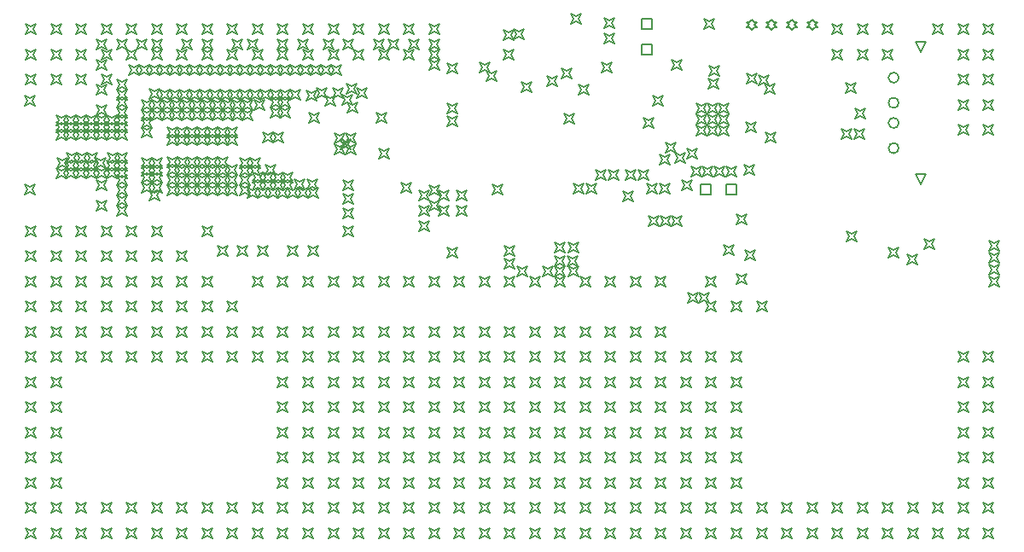
<source format=gbr>
%TF.GenerationSoftware,Altium Limited,Altium Designer,23.11.1 (41)*%
G04 Layer_Color=2752767*
%FSLAX45Y45*%
%MOMM*%
%TF.SameCoordinates,5A3C93BB-BC46-40EA-83D2-B686983C8B64*%
%TF.FilePolarity,Positive*%
%TF.FileFunction,Drawing*%
%TF.Part,Single*%
G01*
G75*
%TA.AperFunction,NonConductor*%
%ADD94C,0.12700*%
%ADD95C,0.16933*%
D94*
X6311700Y5251700D02*
Y5353300D01*
X6413300D01*
Y5251700D01*
X6311700D01*
Y4997700D02*
Y5099300D01*
X6413300D01*
Y4997700D01*
X6311700D01*
X9081000Y5026200D02*
X9030200Y5127800D01*
X9131800D01*
X9081000Y5026200D01*
Y3712200D02*
X9030200Y3813800D01*
X9131800D01*
X9081000Y3712200D01*
X7800000Y5244200D02*
X7825400Y5269600D01*
X7850800D01*
X7825400Y5295000D01*
X7850800Y5320400D01*
X7825400D01*
X7800000Y5345800D01*
X7774600Y5320400D01*
X7749200D01*
X7774600Y5295000D01*
X7749200Y5269600D01*
X7774600D01*
X7800000Y5244200D01*
X7400000D02*
X7425400Y5269600D01*
X7450800D01*
X7425400Y5295000D01*
X7450800Y5320400D01*
X7425400D01*
X7400000Y5345800D01*
X7374600Y5320400D01*
X7349200D01*
X7374600Y5295000D01*
X7349200Y5269600D01*
X7374600D01*
X7400000Y5244200D01*
X7600000D02*
X7625400Y5269600D01*
X7650800D01*
X7625400Y5295000D01*
X7650800Y5320400D01*
X7625400D01*
X7600000Y5345800D01*
X7574600Y5320400D01*
X7549200D01*
X7574600Y5295000D01*
X7549200Y5269600D01*
X7574600D01*
X7600000Y5244200D01*
X8000000D02*
X8025400Y5269600D01*
X8050800D01*
X8025400Y5295000D01*
X8050800Y5320400D01*
X8025400D01*
X8000000Y5345800D01*
X7974600Y5320400D01*
X7949200D01*
X7974600Y5295000D01*
X7949200Y5269600D01*
X7974600D01*
X8000000Y5244200D01*
X191700Y3611200D02*
X217100Y3662000D01*
X191700Y3712800D01*
X242500Y3687400D01*
X293300Y3712800D01*
X267900Y3662000D01*
X293300Y3611200D01*
X242500Y3636600D01*
X191700Y3611200D01*
Y4487200D02*
X217100Y4538000D01*
X191700Y4588800D01*
X242500Y4563400D01*
X293300Y4588800D01*
X267900Y4538000D01*
X293300Y4487200D01*
X242500Y4512600D01*
X191700Y4487200D01*
X7151700Y3611700D02*
Y3713300D01*
X7253300D01*
Y3611700D01*
X7151700D01*
X6897700D02*
Y3713300D01*
X6999300D01*
Y3611700D01*
X6897700D01*
X899200Y3649200D02*
X924600Y3700000D01*
X899200Y3750800D01*
X950000Y3725400D01*
X1000800Y3750800D01*
X975400Y3700000D01*
X1000800Y3649200D01*
X950000Y3674600D01*
X899200Y3649200D01*
Y3449200D02*
X924600Y3500000D01*
X899200Y3550800D01*
X950000Y3525400D01*
X1000800Y3550800D01*
X975400Y3500000D01*
X1000800Y3449200D01*
X950000Y3474600D01*
X899200Y3449200D01*
X2299200Y2999200D02*
X2324600Y3050000D01*
X2299200Y3100800D01*
X2350000Y3075400D01*
X2400800Y3100800D01*
X2375400Y3050000D01*
X2400800Y2999200D01*
X2350000Y3024600D01*
X2299200Y2999200D01*
X2099200D02*
X2124600Y3050000D01*
X2099200Y3100800D01*
X2150000Y3075400D01*
X2200800Y3100800D01*
X2175400Y3050000D01*
X2200800Y2999200D01*
X2150000Y3024600D01*
X2099200Y2999200D01*
X2499200D02*
X2524600Y3050000D01*
X2499200Y3100800D01*
X2550000Y3075400D01*
X2600800Y3100800D01*
X2575400Y3050000D01*
X2600800Y2999200D01*
X2550000Y3024600D01*
X2499200Y2999200D01*
X2799200D02*
X2824600Y3050000D01*
X2799200Y3100800D01*
X2850000Y3075400D01*
X2900800Y3100800D01*
X2875400Y3050000D01*
X2900800Y2999200D01*
X2850000Y3024600D01*
X2799200Y2999200D01*
X2999200D02*
X3024600Y3050000D01*
X2999200Y3100800D01*
X3050000Y3075400D01*
X3100800Y3100800D01*
X3075400Y3050000D01*
X3100800Y2999200D01*
X3050000Y3024600D01*
X2999200Y2999200D01*
X4199200Y3449200D02*
X4224600Y3500000D01*
X4199200Y3550800D01*
X4250000Y3525400D01*
X4300800Y3550800D01*
X4275400Y3500000D01*
X4300800Y3449200D01*
X4250000Y3474600D01*
X4199200Y3449200D01*
Y3599200D02*
X4224600Y3650000D01*
X4199200Y3700800D01*
X4250000Y3675400D01*
X4300800Y3700800D01*
X4275400Y3650000D01*
X4300800Y3599200D01*
X4250000Y3624600D01*
X4199200Y3599200D01*
Y4849200D02*
X4224600Y4900000D01*
X4199200Y4950800D01*
X4250000Y4925400D01*
X4300800Y4950800D01*
X4275400Y4900000D01*
X4300800Y4849200D01*
X4250000Y4874600D01*
X4199200Y4849200D01*
Y5049200D02*
X4224600Y5100000D01*
X4199200Y5150800D01*
X4250000Y5125400D01*
X4300800Y5150800D01*
X4275400Y5100000D01*
X4300800Y5049200D01*
X4250000Y5074600D01*
X4199200Y5049200D01*
X3999200D02*
X4024600Y5100000D01*
X3999200Y5150800D01*
X4050000Y5125400D01*
X4100800Y5150800D01*
X4075400Y5100000D01*
X4100800Y5049200D01*
X4050000Y5074600D01*
X3999200Y5049200D01*
X3799200D02*
X3824600Y5100000D01*
X3799200Y5150800D01*
X3850000Y5125400D01*
X3900800Y5150800D01*
X3875400Y5100000D01*
X3900800Y5049200D01*
X3850000Y5074600D01*
X3799200Y5049200D01*
X3649200D02*
X3674600Y5100000D01*
X3649200Y5150800D01*
X3700000Y5125400D01*
X3750800Y5150800D01*
X3725400Y5100000D01*
X3750800Y5049200D01*
X3700000Y5074600D01*
X3649200Y5049200D01*
X3349200D02*
X3374600Y5100000D01*
X3349200Y5150800D01*
X3400000Y5125400D01*
X3450800Y5150800D01*
X3425400Y5100000D01*
X3450800Y5049200D01*
X3400000Y5074600D01*
X3349200Y5049200D01*
X3149200D02*
X3174600Y5100000D01*
X3149200Y5150800D01*
X3200000Y5125400D01*
X3250800Y5150800D01*
X3225400Y5100000D01*
X3250800Y5049200D01*
X3200000Y5074600D01*
X3149200Y5049200D01*
X2899200D02*
X2924600Y5100000D01*
X2899200Y5150800D01*
X2950000Y5125400D01*
X3000800Y5150800D01*
X2975400Y5100000D01*
X3000800Y5049200D01*
X2950000Y5074600D01*
X2899200Y5049200D01*
X2699200D02*
X2724600Y5100000D01*
X2699200Y5150800D01*
X2750000Y5125400D01*
X2800800Y5150800D01*
X2775400Y5100000D01*
X2800800Y5049200D01*
X2750000Y5074600D01*
X2699200Y5049200D01*
X2399200D02*
X2424600Y5100000D01*
X2399200Y5150800D01*
X2450000Y5125400D01*
X2500800Y5150800D01*
X2475400Y5100000D01*
X2500800Y5049200D01*
X2450000Y5074600D01*
X2399200Y5049200D01*
X2249200D02*
X2274600Y5100000D01*
X2249200Y5150800D01*
X2300000Y5125400D01*
X2350800Y5150800D01*
X2325400Y5100000D01*
X2350800Y5049200D01*
X2300000Y5074600D01*
X2249200Y5049200D01*
X1949200D02*
X1974600Y5100000D01*
X1949200Y5150800D01*
X2000000Y5125400D01*
X2050800Y5150800D01*
X2025400Y5100000D01*
X2050800Y5049200D01*
X2000000Y5074600D01*
X1949200Y5049200D01*
X1749200D02*
X1774600Y5100000D01*
X1749200Y5150800D01*
X1800000Y5125400D01*
X1850800Y5150800D01*
X1825400Y5100000D01*
X1850800Y5049200D01*
X1800000Y5074600D01*
X1749200Y5049200D01*
X1449200D02*
X1474600Y5100000D01*
X1449200Y5150800D01*
X1500000Y5125400D01*
X1550800Y5150800D01*
X1525400Y5100000D01*
X1550800Y5049200D01*
X1500000Y5074600D01*
X1449200Y5049200D01*
X1299200D02*
X1324600Y5100000D01*
X1299200Y5150800D01*
X1350000Y5125400D01*
X1400800Y5150800D01*
X1375400Y5100000D01*
X1400800Y5049200D01*
X1350000Y5074600D01*
X1299200Y5049200D01*
X1099200D02*
X1124600Y5100000D01*
X1099200Y5150800D01*
X1150000Y5125400D01*
X1200800Y5150800D01*
X1175400Y5100000D01*
X1200800Y5049200D01*
X1150000Y5074600D01*
X1099200Y5049200D01*
X899200D02*
X924600Y5100000D01*
X899200Y5150800D01*
X950000Y5125400D01*
X1000800Y5150800D01*
X975400Y5100000D01*
X1000800Y5049200D01*
X950000Y5074600D01*
X899200Y5049200D01*
Y4849200D02*
X924600Y4900000D01*
X899200Y4950800D01*
X950000Y4925400D01*
X1000800Y4950800D01*
X975400Y4900000D01*
X1000800Y4849200D01*
X950000Y4874600D01*
X899200Y4849200D01*
Y4399200D02*
X924600Y4450000D01*
X899200Y4500800D01*
X950000Y4475400D01*
X1000800Y4500800D01*
X975400Y4450000D01*
X1000800Y4399200D01*
X950000Y4424600D01*
X899200Y4399200D01*
Y4599200D02*
X924600Y4650000D01*
X899200Y4700800D01*
X950000Y4675400D01*
X1000800Y4700800D01*
X975400Y4650000D01*
X1000800Y4599200D01*
X950000Y4624600D01*
X899200Y4599200D01*
X5579200Y2799200D02*
X5604600Y2850000D01*
X5579200Y2900800D01*
X5630000Y2875400D01*
X5680800Y2900800D01*
X5655400Y2850000D01*
X5680800Y2799200D01*
X5630000Y2824600D01*
X5579200Y2799200D01*
X5449200D02*
X5474600Y2850000D01*
X5449200Y2900800D01*
X5500000Y2875400D01*
X5550800Y2900800D01*
X5525400Y2850000D01*
X5550800Y2799200D01*
X5500000Y2824600D01*
X5449200Y2799200D01*
X5329200D02*
X5354600Y2850000D01*
X5329200Y2900800D01*
X5380000Y2875400D01*
X5430800Y2900800D01*
X5405400Y2850000D01*
X5430800Y2799200D01*
X5380000Y2824600D01*
X5329200Y2799200D01*
X5074200Y2794200D02*
X5099600Y2845000D01*
X5074200Y2895800D01*
X5125000Y2870400D01*
X5175800Y2895800D01*
X5150400Y2845000D01*
X5175800Y2794200D01*
X5125000Y2819600D01*
X5074200Y2794200D01*
X4949200Y2869200D02*
X4974600Y2920000D01*
X4949200Y2970800D01*
X5000000Y2945400D01*
X5050800Y2970800D01*
X5025400Y2920000D01*
X5050800Y2869200D01*
X5000000Y2894600D01*
X4949200Y2869200D01*
Y2999200D02*
X4974600Y3050000D01*
X4949200Y3100800D01*
X5000000Y3075400D01*
X5050800Y3100800D01*
X5025400Y3050000D01*
X5050800Y2999200D01*
X5000000Y3024600D01*
X4949200Y2999200D01*
X5444200Y2899200D02*
X5469600Y2950000D01*
X5444200Y3000800D01*
X5495000Y2975400D01*
X5545800Y3000800D01*
X5520400Y2950000D01*
X5545800Y2899200D01*
X5495000Y2924600D01*
X5444200Y2899200D01*
X5574200D02*
X5599600Y2950000D01*
X5574200Y3000800D01*
X5625000Y2975400D01*
X5675800Y3000800D01*
X5650400Y2950000D01*
X5675800Y2899200D01*
X5625000Y2924600D01*
X5574200Y2899200D01*
X4299200Y3399200D02*
X4324600Y3450000D01*
X4299200Y3500800D01*
X4350000Y3475400D01*
X4400800Y3500800D01*
X4375400Y3450000D01*
X4400800Y3399200D01*
X4350000Y3424600D01*
X4299200Y3399200D01*
Y3549200D02*
X4324600Y3600000D01*
X4299200Y3650800D01*
X4350000Y3625400D01*
X4400800Y3650800D01*
X4375400Y3600000D01*
X4400800Y3549200D01*
X4350000Y3574600D01*
X4299200Y3549200D01*
X4474200Y3399200D02*
X4499600Y3450000D01*
X4474200Y3500800D01*
X4525000Y3475400D01*
X4575800Y3500800D01*
X4550400Y3450000D01*
X4575800Y3399200D01*
X4525000Y3424600D01*
X4474200Y3399200D01*
Y3549200D02*
X4499600Y3600000D01*
X4474200Y3650800D01*
X4525000Y3625400D01*
X4575800Y3650800D01*
X4550400Y3600000D01*
X4575800Y3549200D01*
X4525000Y3574600D01*
X4474200Y3549200D01*
X3924200Y3624200D02*
X3949600Y3675000D01*
X3924200Y3725800D01*
X3975000Y3700400D01*
X4025800Y3725800D01*
X4000400Y3675000D01*
X4025800Y3624200D01*
X3975000Y3649600D01*
X3924200Y3624200D01*
X4099200Y3549200D02*
X4124600Y3600000D01*
X4099200Y3650800D01*
X4150000Y3625400D01*
X4200800Y3650800D01*
X4175400Y3600000D01*
X4200800Y3549200D01*
X4150000Y3574600D01*
X4099200Y3549200D01*
Y3399200D02*
X4124600Y3450000D01*
X4099200Y3500800D01*
X4150000Y3475400D01*
X4200800Y3500800D01*
X4175400Y3450000D01*
X4200800Y3399200D01*
X4150000Y3424600D01*
X4099200Y3399200D01*
Y3249200D02*
X4124600Y3300000D01*
X4099200Y3350800D01*
X4150000Y3325400D01*
X4200800Y3350800D01*
X4175400Y3300000D01*
X4200800Y3249200D01*
X4150000Y3274600D01*
X4099200Y3249200D01*
X3349200Y3199200D02*
X3374600Y3250000D01*
X3349200Y3300800D01*
X3400000Y3275400D01*
X3450800Y3300800D01*
X3425400Y3250000D01*
X3450800Y3199200D01*
X3400000Y3224600D01*
X3349200Y3199200D01*
Y3374200D02*
X3374600Y3425000D01*
X3349200Y3475800D01*
X3400000Y3450400D01*
X3450800Y3475800D01*
X3425400Y3425000D01*
X3450800Y3374200D01*
X3400000Y3399600D01*
X3349200Y3374200D01*
X2449200Y3649200D02*
X2474600Y3700000D01*
X2449200Y3750800D01*
X2500000Y3725400D01*
X2550800Y3750800D01*
X2525400Y3700000D01*
X2550800Y3649200D01*
X2500000Y3674600D01*
X2449200Y3649200D01*
X2549200D02*
X2574600Y3700000D01*
X2549200Y3750800D01*
X2600000Y3725400D01*
X2650800Y3750800D01*
X2625400Y3700000D01*
X2650800Y3649200D01*
X2600000Y3674600D01*
X2549200Y3649200D01*
X2099200Y3799200D02*
X2124600Y3850000D01*
X2099200Y3900800D01*
X2150000Y3875400D01*
X2200800Y3900800D01*
X2175400Y3850000D01*
X2200800Y3799200D01*
X2150000Y3824600D01*
X2099200Y3799200D01*
X1449200Y3724200D02*
X1474600Y3775000D01*
X1449200Y3825800D01*
X1500000Y3800400D01*
X1550800Y3825800D01*
X1525400Y3775000D01*
X1550800Y3724200D01*
X1500000Y3749600D01*
X1449200Y3724200D01*
Y3624200D02*
X1474600Y3675000D01*
X1449200Y3725800D01*
X1500000Y3700400D01*
X1550800Y3725800D01*
X1525400Y3675000D01*
X1550800Y3624200D01*
X1500000Y3649600D01*
X1449200Y3624200D01*
X2324200Y3699200D02*
X2349600Y3750000D01*
X2324200Y3800800D01*
X2375000Y3775400D01*
X2425800Y3800800D01*
X2400400Y3750000D01*
X2425800Y3699200D01*
X2375000Y3724600D01*
X2324200Y3699200D01*
Y3599200D02*
X2349600Y3650000D01*
X2324200Y3700800D01*
X2375000Y3675400D01*
X2425800Y3700800D01*
X2400400Y3650000D01*
X2425800Y3599200D01*
X2375000Y3624600D01*
X2324200Y3599200D01*
X2199200D02*
X2224600Y3650000D01*
X2199200Y3700800D01*
X2250000Y3675400D01*
X2300800Y3700800D01*
X2275400Y3650000D01*
X2300800Y3599200D01*
X2250000Y3624600D01*
X2199200Y3599200D01*
X2099200D02*
X2124600Y3650000D01*
X2099200Y3700800D01*
X2150000Y3675400D01*
X2200800Y3700800D01*
X2175400Y3650000D01*
X2200800Y3599200D01*
X2150000Y3624600D01*
X2099200Y3599200D01*
X1999200D02*
X2024600Y3650000D01*
X1999200Y3700800D01*
X2050000Y3675400D01*
X2100800Y3700800D01*
X2075400Y3650000D01*
X2100800Y3599200D01*
X2050000Y3624600D01*
X1999200Y3599200D01*
X1899200D02*
X1924600Y3650000D01*
X1899200Y3700800D01*
X1950000Y3675400D01*
X2000800Y3700800D01*
X1975400Y3650000D01*
X2000800Y3599200D01*
X1950000Y3624600D01*
X1899200Y3599200D01*
X1799200D02*
X1824600Y3650000D01*
X1799200Y3700800D01*
X1850000Y3675400D01*
X1900800Y3700800D01*
X1875400Y3650000D01*
X1900800Y3599200D01*
X1850000Y3624600D01*
X1799200Y3599200D01*
X1699200D02*
X1724600Y3650000D01*
X1699200Y3700800D01*
X1750000Y3675400D01*
X1800800Y3700800D01*
X1775400Y3650000D01*
X1800800Y3599200D01*
X1750000Y3624600D01*
X1699200Y3599200D01*
X1599200D02*
X1624600Y3650000D01*
X1599200Y3700800D01*
X1650000Y3675400D01*
X1700800Y3700800D01*
X1675400Y3650000D01*
X1700800Y3599200D01*
X1650000Y3624600D01*
X1599200Y3599200D01*
X2999200Y3574200D02*
X3024600Y3625000D01*
X2999200Y3675800D01*
X3050000Y3650400D01*
X3100800Y3675800D01*
X3075400Y3625000D01*
X3100800Y3574200D01*
X3050000Y3599600D01*
X2999200Y3574200D01*
X2899200D02*
X2924600Y3625000D01*
X2899200Y3675800D01*
X2950000Y3650400D01*
X3000800Y3675800D01*
X2975400Y3625000D01*
X3000800Y3574200D01*
X2950000Y3599600D01*
X2899200Y3574200D01*
X2799200D02*
X2824600Y3625000D01*
X2799200Y3675800D01*
X2850000Y3650400D01*
X2900800Y3675800D01*
X2875400Y3625000D01*
X2900800Y3574200D01*
X2850000Y3599600D01*
X2799200Y3574200D01*
X2699200D02*
X2724600Y3625000D01*
X2699200Y3675800D01*
X2750000Y3650400D01*
X2800800Y3675800D01*
X2775400Y3625000D01*
X2800800Y3574200D01*
X2750000Y3599600D01*
X2699200Y3574200D01*
X2599200D02*
X2624600Y3625000D01*
X2599200Y3675800D01*
X2650000Y3650400D01*
X2700800Y3675800D01*
X2675400Y3625000D01*
X2700800Y3574200D01*
X2650000Y3599600D01*
X2599200Y3574200D01*
X2499200D02*
X2524600Y3625000D01*
X2499200Y3675800D01*
X2550000Y3650400D01*
X2600800Y3675800D01*
X2575400Y3625000D01*
X2600800Y3574200D01*
X2550000Y3599600D01*
X2499200Y3574200D01*
X2399200D02*
X2424600Y3625000D01*
X2399200Y3675800D01*
X2450000Y3650400D01*
X2500800Y3675800D01*
X2475400Y3625000D01*
X2500800Y3574200D01*
X2450000Y3599600D01*
X2399200Y3574200D01*
X2199200Y3699200D02*
X2224600Y3750000D01*
X2199200Y3800800D01*
X2250000Y3775400D01*
X2300800Y3800800D01*
X2275400Y3750000D01*
X2300800Y3699200D01*
X2250000Y3724600D01*
X2199200Y3699200D01*
X2099200D02*
X2124600Y3750000D01*
X2099200Y3800800D01*
X2150000Y3775400D01*
X2200800Y3800800D01*
X2175400Y3750000D01*
X2200800Y3699200D01*
X2150000Y3724600D01*
X2099200Y3699200D01*
X1999200D02*
X2024600Y3750000D01*
X1999200Y3800800D01*
X2050000Y3775400D01*
X2100800Y3800800D01*
X2075400Y3750000D01*
X2100800Y3699200D01*
X2050000Y3724600D01*
X1999200Y3699200D01*
X1899200D02*
X1924600Y3750000D01*
X1899200Y3800800D01*
X1950000Y3775400D01*
X2000800Y3800800D01*
X1975400Y3750000D01*
X2000800Y3699200D01*
X1950000Y3724600D01*
X1899200Y3699200D01*
X1799200D02*
X1824600Y3750000D01*
X1799200Y3800800D01*
X1850000Y3775400D01*
X1900800Y3800800D01*
X1875400Y3750000D01*
X1900800Y3699200D01*
X1850000Y3724600D01*
X1799200Y3699200D01*
X1699200D02*
X1724600Y3750000D01*
X1699200Y3800800D01*
X1750000Y3775400D01*
X1800800Y3800800D01*
X1775400Y3750000D01*
X1800800Y3699200D01*
X1750000Y3724600D01*
X1699200Y3699200D01*
X1599200D02*
X1624600Y3750000D01*
X1599200Y3800800D01*
X1650000Y3775400D01*
X1700800Y3800800D01*
X1675400Y3750000D01*
X1700800Y3699200D01*
X1650000Y3724600D01*
X1599200Y3699200D01*
X2449200Y3724200D02*
X2474600Y3775000D01*
X2449200Y3825800D01*
X2500000Y3800400D01*
X2550800Y3825800D01*
X2525400Y3775000D01*
X2550800Y3724200D01*
X2500000Y3749600D01*
X2449200Y3724200D01*
X2549200D02*
X2574600Y3775000D01*
X2549200Y3825800D01*
X2600000Y3800400D01*
X2650800Y3825800D01*
X2625400Y3775000D01*
X2650800Y3724200D01*
X2600000Y3749600D01*
X2549200Y3724200D01*
X2649200Y3649200D02*
X2674600Y3700000D01*
X2649200Y3750800D01*
X2700000Y3725400D01*
X2750800Y3750800D01*
X2725400Y3700000D01*
X2750800Y3649200D01*
X2700000Y3674600D01*
X2649200Y3649200D01*
X2749200D02*
X2774600Y3700000D01*
X2749200Y3750800D01*
X2800000Y3725400D01*
X2850800Y3750800D01*
X2825400Y3700000D01*
X2850800Y3649200D01*
X2800000Y3674600D01*
X2749200Y3649200D01*
X2649200Y3724200D02*
X2674600Y3775000D01*
X2649200Y3825800D01*
X2700000Y3800400D01*
X2750800Y3825800D01*
X2725400Y3775000D01*
X2750800Y3724200D01*
X2700000Y3749600D01*
X2649200Y3724200D01*
X2749200D02*
X2774600Y3775000D01*
X2749200Y3825800D01*
X2800000Y3800400D01*
X2850800Y3825800D01*
X2825400Y3775000D01*
X2850800Y3724200D01*
X2800000Y3749600D01*
X2749200Y3724200D01*
X2324200Y3799200D02*
X2349600Y3850000D01*
X2324200Y3900800D01*
X2375000Y3875400D01*
X2425800Y3900800D01*
X2400400Y3850000D01*
X2425800Y3799200D01*
X2375000Y3824600D01*
X2324200Y3799200D01*
X2424200D02*
X2449600Y3850000D01*
X2424200Y3900800D01*
X2475000Y3875400D01*
X2525800Y3900800D01*
X2500400Y3850000D01*
X2525800Y3799200D01*
X2475000Y3824600D01*
X2424200Y3799200D01*
X1899200D02*
X1924600Y3850000D01*
X1899200Y3900800D01*
X1950000Y3875400D01*
X2000800Y3900800D01*
X1975400Y3850000D01*
X2000800Y3799200D01*
X1950000Y3824600D01*
X1899200Y3799200D01*
X1999200D02*
X2024600Y3850000D01*
X1999200Y3900800D01*
X2050000Y3875400D01*
X2100800Y3900800D01*
X2075400Y3850000D01*
X2100800Y3799200D01*
X2050000Y3824600D01*
X1999200Y3799200D01*
X1699200D02*
X1724600Y3850000D01*
X1699200Y3900800D01*
X1750000Y3875400D01*
X1800800Y3900800D01*
X1775400Y3850000D01*
X1800800Y3799200D01*
X1750000Y3824600D01*
X1699200Y3799200D01*
X1799200D02*
X1824600Y3850000D01*
X1799200Y3900800D01*
X1850000Y3875400D01*
X1900800Y3900800D01*
X1875400Y3850000D01*
X1900800Y3799200D01*
X1850000Y3824600D01*
X1799200Y3799200D01*
X2324200Y3874200D02*
X2349600Y3925000D01*
X2324200Y3975800D01*
X2375000Y3950400D01*
X2425800Y3975800D01*
X2400400Y3925000D01*
X2425800Y3874200D01*
X2375000Y3899600D01*
X2324200Y3874200D01*
X2424200D02*
X2449600Y3925000D01*
X2424200Y3975800D01*
X2475000Y3950400D01*
X2525800Y3975800D01*
X2500400Y3925000D01*
X2525800Y3874200D01*
X2475000Y3899600D01*
X2424200Y3874200D01*
X1349200Y3724200D02*
X1374600Y3775000D01*
X1349200Y3825800D01*
X1400000Y3800400D01*
X1450800Y3825800D01*
X1425400Y3775000D01*
X1450800Y3724200D01*
X1400000Y3749600D01*
X1349200Y3724200D01*
Y3624200D02*
X1374600Y3675000D01*
X1349200Y3725800D01*
X1400000Y3700400D01*
X1450800Y3725800D01*
X1425400Y3675000D01*
X1450800Y3624200D01*
X1400000Y3649600D01*
X1349200Y3624200D01*
X1099200Y3499200D02*
X1124600Y3550000D01*
X1099200Y3600800D01*
X1150000Y3575400D01*
X1200800Y3600800D01*
X1175400Y3550000D01*
X1200800Y3499200D01*
X1150000Y3524600D01*
X1099200Y3499200D01*
Y3399200D02*
X1124600Y3450000D01*
X1099200Y3500800D01*
X1150000Y3475400D01*
X1200800Y3500800D01*
X1175400Y3450000D01*
X1200800Y3399200D01*
X1150000Y3424600D01*
X1099200Y3399200D01*
Y3699200D02*
X1124600Y3750000D01*
X1099200Y3800800D01*
X1150000Y3775400D01*
X1200800Y3800800D01*
X1175400Y3750000D01*
X1200800Y3699200D01*
X1150000Y3724600D01*
X1099200Y3699200D01*
Y3599200D02*
X1124600Y3650000D01*
X1099200Y3700800D01*
X1150000Y3675400D01*
X1200800Y3700800D01*
X1175400Y3650000D01*
X1200800Y3599200D01*
X1150000Y3624600D01*
X1099200Y3599200D01*
Y4649200D02*
X1124600Y4700000D01*
X1099200Y4750800D01*
X1150000Y4725400D01*
X1200800Y4750800D01*
X1175400Y4700000D01*
X1200800Y4649200D01*
X1150000Y4674600D01*
X1099200Y4649200D01*
Y4549200D02*
X1124600Y4600000D01*
X1099200Y4650800D01*
X1150000Y4625400D01*
X1200800Y4650800D01*
X1175400Y4600000D01*
X1200800Y4549200D01*
X1150000Y4574600D01*
X1099200Y4549200D01*
Y4474200D02*
X1124600Y4525000D01*
X1099200Y4575800D01*
X1150000Y4550400D01*
X1200800Y4575800D01*
X1175400Y4525000D01*
X1200800Y4474200D01*
X1150000Y4499600D01*
X1099200Y4474200D01*
Y4374200D02*
X1124600Y4425000D01*
X1099200Y4475800D01*
X1150000Y4450400D01*
X1200800Y4475800D01*
X1175400Y4425000D01*
X1200800Y4374200D01*
X1150000Y4399600D01*
X1099200Y4374200D01*
X1349200Y4274200D02*
X1374600Y4325000D01*
X1349200Y4375800D01*
X1400000Y4350400D01*
X1450800Y4375800D01*
X1425400Y4325000D01*
X1450800Y4274200D01*
X1400000Y4299600D01*
X1349200Y4274200D01*
Y4174200D02*
X1374600Y4225000D01*
X1349200Y4275800D01*
X1400000Y4250400D01*
X1450800Y4275800D01*
X1425400Y4225000D01*
X1450800Y4174200D01*
X1400000Y4199600D01*
X1349200Y4174200D01*
X1449200Y3799200D02*
X1474600Y3850000D01*
X1449200Y3900800D01*
X1500000Y3875400D01*
X1550800Y3900800D01*
X1525400Y3850000D01*
X1550800Y3799200D01*
X1500000Y3824600D01*
X1449200Y3799200D01*
X1349200D02*
X1374600Y3850000D01*
X1349200Y3900800D01*
X1400000Y3875400D01*
X1450800Y3900800D01*
X1425400Y3850000D01*
X1450800Y3799200D01*
X1400000Y3824600D01*
X1349200Y3799200D01*
X1449200Y3874200D02*
X1474600Y3925000D01*
X1449200Y3975800D01*
X1500000Y3950400D01*
X1550800Y3975800D01*
X1525400Y3925000D01*
X1550800Y3874200D01*
X1500000Y3899600D01*
X1449200Y3874200D01*
X1349200D02*
X1374600Y3925000D01*
X1349200Y3975800D01*
X1400000Y3950400D01*
X1450800Y3975800D01*
X1425400Y3925000D01*
X1450800Y3874200D01*
X1400000Y3899600D01*
X1349200Y3874200D01*
X2649200Y4124200D02*
X2674600Y4175000D01*
X2649200Y4225800D01*
X2700000Y4200400D01*
X2750800Y4225800D01*
X2725400Y4175000D01*
X2750800Y4124200D01*
X2700000Y4149600D01*
X2649200Y4124200D01*
X2549200D02*
X2574600Y4175000D01*
X2549200Y4225800D01*
X2600000Y4200400D01*
X2650800Y4225800D01*
X2625400Y4175000D01*
X2650800Y4124200D01*
X2600000Y4149600D01*
X2549200Y4124200D01*
X2724200Y4374200D02*
X2749600Y4425000D01*
X2724200Y4475800D01*
X2775000Y4450400D01*
X2825800Y4475800D01*
X2800400Y4425000D01*
X2825800Y4374200D01*
X2775000Y4399600D01*
X2724200Y4374200D01*
Y4474200D02*
X2749600Y4525000D01*
X2724200Y4575800D01*
X2775000Y4550400D01*
X2825800Y4575800D01*
X2800400Y4525000D01*
X2825800Y4474200D01*
X2775000Y4499600D01*
X2724200Y4474200D01*
X2624200Y4374200D02*
X2649600Y4425000D01*
X2624200Y4475800D01*
X2675000Y4450400D01*
X2725800Y4475800D01*
X2700400Y4425000D01*
X2725800Y4374200D01*
X2675000Y4399600D01*
X2624200Y4374200D01*
Y4474200D02*
X2649600Y4525000D01*
X2624200Y4575800D01*
X2675000Y4550400D01*
X2725800Y4575800D01*
X2700400Y4525000D01*
X2725800Y4474200D01*
X2675000Y4499600D01*
X2624200Y4474200D01*
X2349200Y4349200D02*
X2374600Y4400000D01*
X2349200Y4450800D01*
X2400000Y4425400D01*
X2450800Y4450800D01*
X2425400Y4400000D01*
X2450800Y4349200D01*
X2400000Y4374600D01*
X2349200Y4349200D01*
Y4449200D02*
X2374600Y4500000D01*
X2349200Y4550800D01*
X2400000Y4525400D01*
X2450800Y4550800D01*
X2425400Y4500000D01*
X2450800Y4449200D01*
X2400000Y4474600D01*
X2349200Y4449200D01*
X2049200D02*
X2074600Y4500000D01*
X2049200Y4550800D01*
X2100000Y4525400D01*
X2150800Y4550800D01*
X2125400Y4500000D01*
X2150800Y4449200D01*
X2100000Y4474600D01*
X2049200Y4449200D01*
X2149200D02*
X2174600Y4500000D01*
X2149200Y4550800D01*
X2200000Y4525400D01*
X2250800Y4550800D01*
X2225400Y4500000D01*
X2250800Y4449200D01*
X2200000Y4474600D01*
X2149200Y4449200D01*
X2249200D02*
X2274600Y4500000D01*
X2249200Y4550800D01*
X2300000Y4525400D01*
X2350800Y4550800D01*
X2325400Y4500000D01*
X2350800Y4449200D01*
X2300000Y4474600D01*
X2249200Y4449200D01*
X2049200Y4349200D02*
X2074600Y4400000D01*
X2049200Y4450800D01*
X2100000Y4425400D01*
X2150800Y4450800D01*
X2125400Y4400000D01*
X2150800Y4349200D01*
X2100000Y4374600D01*
X2049200Y4349200D01*
X2149200D02*
X2174600Y4400000D01*
X2149200Y4450800D01*
X2200000Y4425400D01*
X2250800Y4450800D01*
X2225400Y4400000D01*
X2250800Y4349200D01*
X2200000Y4374600D01*
X2149200Y4349200D01*
X2249200D02*
X2274600Y4400000D01*
X2249200Y4450800D01*
X2300000Y4425400D01*
X2350800Y4450800D01*
X2325400Y4400000D01*
X2350800Y4349200D01*
X2300000Y4374600D01*
X2249200Y4349200D01*
X3224200Y4799200D02*
X3249600Y4850000D01*
X3224200Y4900800D01*
X3275000Y4875400D01*
X3325800Y4900800D01*
X3300400Y4850000D01*
X3325800Y4799200D01*
X3275000Y4824600D01*
X3224200Y4799200D01*
X3124200D02*
X3149600Y4850000D01*
X3124200Y4900800D01*
X3175000Y4875400D01*
X3225800Y4900800D01*
X3200400Y4850000D01*
X3225800Y4799200D01*
X3175000Y4824600D01*
X3124200Y4799200D01*
X3024200D02*
X3049600Y4850000D01*
X3024200Y4900800D01*
X3075000Y4875400D01*
X3125800Y4900800D01*
X3100400Y4850000D01*
X3125800Y4799200D01*
X3075000Y4824600D01*
X3024200Y4799200D01*
X2924200D02*
X2949600Y4850000D01*
X2924200Y4900800D01*
X2975000Y4875400D01*
X3025800Y4900800D01*
X3000400Y4850000D01*
X3025800Y4799200D01*
X2975000Y4824600D01*
X2924200Y4799200D01*
X2824200D02*
X2849600Y4850000D01*
X2824200Y4900800D01*
X2875000Y4875400D01*
X2925800Y4900800D01*
X2900400Y4850000D01*
X2925800Y4799200D01*
X2875000Y4824600D01*
X2824200Y4799200D01*
X2724200D02*
X2749600Y4850000D01*
X2724200Y4900800D01*
X2775000Y4875400D01*
X2825800Y4900800D01*
X2800400Y4850000D01*
X2825800Y4799200D01*
X2775000Y4824600D01*
X2724200Y4799200D01*
X2624200D02*
X2649600Y4850000D01*
X2624200Y4900800D01*
X2675000Y4875400D01*
X2725800Y4900800D01*
X2700400Y4850000D01*
X2725800Y4799200D01*
X2675000Y4824600D01*
X2624200Y4799200D01*
X2524200D02*
X2549600Y4850000D01*
X2524200Y4900800D01*
X2575000Y4875400D01*
X2625800Y4900800D01*
X2600400Y4850000D01*
X2625800Y4799200D01*
X2575000Y4824600D01*
X2524200Y4799200D01*
X2424200D02*
X2449600Y4850000D01*
X2424200Y4900800D01*
X2475000Y4875400D01*
X2525800Y4900800D01*
X2500400Y4850000D01*
X2525800Y4799200D01*
X2475000Y4824600D01*
X2424200Y4799200D01*
X2324200D02*
X2349600Y4850000D01*
X2324200Y4900800D01*
X2375000Y4875400D01*
X2425800Y4900800D01*
X2400400Y4850000D01*
X2425800Y4799200D01*
X2375000Y4824600D01*
X2324200Y4799200D01*
X2224200D02*
X2249600Y4850000D01*
X2224200Y4900800D01*
X2275000Y4875400D01*
X2325800Y4900800D01*
X2300400Y4850000D01*
X2325800Y4799200D01*
X2275000Y4824600D01*
X2224200Y4799200D01*
X2124200D02*
X2149600Y4850000D01*
X2124200Y4900800D01*
X2175000Y4875400D01*
X2225800Y4900800D01*
X2200400Y4850000D01*
X2225800Y4799200D01*
X2175000Y4824600D01*
X2124200Y4799200D01*
X2024200D02*
X2049600Y4850000D01*
X2024200Y4900800D01*
X2075000Y4875400D01*
X2125800Y4900800D01*
X2100400Y4850000D01*
X2125800Y4799200D01*
X2075000Y4824600D01*
X2024200Y4799200D01*
X1924200D02*
X1949600Y4850000D01*
X1924200Y4900800D01*
X1975000Y4875400D01*
X2025800Y4900800D01*
X2000400Y4850000D01*
X2025800Y4799200D01*
X1975000Y4824600D01*
X1924200Y4799200D01*
X1824200D02*
X1849600Y4850000D01*
X1824200Y4900800D01*
X1875000Y4875400D01*
X1925800Y4900800D01*
X1900400Y4850000D01*
X1925800Y4799200D01*
X1875000Y4824600D01*
X1824200Y4799200D01*
X1724200D02*
X1749600Y4850000D01*
X1724200Y4900800D01*
X1775000Y4875400D01*
X1825800Y4900800D01*
X1800400Y4850000D01*
X1825800Y4799200D01*
X1775000Y4824600D01*
X1724200Y4799200D01*
X1624200D02*
X1649600Y4850000D01*
X1624200Y4900800D01*
X1675000Y4875400D01*
X1725800Y4900800D01*
X1700400Y4850000D01*
X1725800Y4799200D01*
X1675000Y4824600D01*
X1624200Y4799200D01*
X1524200D02*
X1549600Y4850000D01*
X1524200Y4900800D01*
X1575000Y4875400D01*
X1625800Y4900800D01*
X1600400Y4850000D01*
X1625800Y4799200D01*
X1575000Y4824600D01*
X1524200Y4799200D01*
X1424200D02*
X1449600Y4850000D01*
X1424200Y4900800D01*
X1475000Y4875400D01*
X1525800Y4900800D01*
X1500400Y4850000D01*
X1525800Y4799200D01*
X1475000Y4824600D01*
X1424200Y4799200D01*
X1324200D02*
X1349600Y4850000D01*
X1324200Y4900800D01*
X1375000Y4875400D01*
X1425800Y4900800D01*
X1400400Y4850000D01*
X1425800Y4799200D01*
X1375000Y4824600D01*
X1324200Y4799200D01*
X1224200D02*
X1249600Y4850000D01*
X1224200Y4900800D01*
X1275000Y4875400D01*
X1325800Y4900800D01*
X1300400Y4850000D01*
X1325800Y4799200D01*
X1275000Y4824600D01*
X1224200Y4799200D01*
X2824200Y4549200D02*
X2849600Y4600000D01*
X2824200Y4650800D01*
X2875000Y4625400D01*
X2925800Y4650800D01*
X2900400Y4600000D01*
X2925800Y4549200D01*
X2875000Y4574600D01*
X2824200Y4549200D01*
X2724200D02*
X2749600Y4600000D01*
X2724200Y4650800D01*
X2775000Y4625400D01*
X2825800Y4650800D01*
X2800400Y4600000D01*
X2825800Y4549200D01*
X2775000Y4574600D01*
X2724200Y4549200D01*
X2624200D02*
X2649600Y4600000D01*
X2624200Y4650800D01*
X2675000Y4625400D01*
X2725800Y4650800D01*
X2700400Y4600000D01*
X2725800Y4549200D01*
X2675000Y4574600D01*
X2624200Y4549200D01*
X2524200D02*
X2549600Y4600000D01*
X2524200Y4650800D01*
X2575000Y4625400D01*
X2625800Y4650800D01*
X2600400Y4600000D01*
X2625800Y4549200D01*
X2575000Y4574600D01*
X2524200Y4549200D01*
X2424200D02*
X2449600Y4600000D01*
X2424200Y4650800D01*
X2475000Y4625400D01*
X2525800Y4650800D01*
X2500400Y4600000D01*
X2525800Y4549200D01*
X2475000Y4574600D01*
X2424200Y4549200D01*
X2324200D02*
X2349600Y4600000D01*
X2324200Y4650800D01*
X2375000Y4625400D01*
X2425800Y4650800D01*
X2400400Y4600000D01*
X2425800Y4549200D01*
X2375000Y4574600D01*
X2324200Y4549200D01*
X2224200D02*
X2249600Y4600000D01*
X2224200Y4650800D01*
X2275000Y4625400D01*
X2325800Y4650800D01*
X2300400Y4600000D01*
X2325800Y4549200D01*
X2275000Y4574600D01*
X2224200Y4549200D01*
X1949200Y4349200D02*
X1974600Y4400000D01*
X1949200Y4450800D01*
X2000000Y4425400D01*
X2050800Y4450800D01*
X2025400Y4400000D01*
X2050800Y4349200D01*
X2000000Y4374600D01*
X1949200Y4349200D01*
X1849200D02*
X1874600Y4400000D01*
X1849200Y4450800D01*
X1900000Y4425400D01*
X1950800Y4450800D01*
X1925400Y4400000D01*
X1950800Y4349200D01*
X1900000Y4374600D01*
X1849200Y4349200D01*
X1749200D02*
X1774600Y4400000D01*
X1749200Y4450800D01*
X1800000Y4425400D01*
X1850800Y4450800D01*
X1825400Y4400000D01*
X1850800Y4349200D01*
X1800000Y4374600D01*
X1749200Y4349200D01*
X1649200D02*
X1674600Y4400000D01*
X1649200Y4450800D01*
X1700000Y4425400D01*
X1750800Y4450800D01*
X1725400Y4400000D01*
X1750800Y4349200D01*
X1700000Y4374600D01*
X1649200Y4349200D01*
X1549200D02*
X1574600Y4400000D01*
X1549200Y4450800D01*
X1600000Y4425400D01*
X1650800Y4450800D01*
X1625400Y4400000D01*
X1650800Y4349200D01*
X1600000Y4374600D01*
X1549200Y4349200D01*
X1449200D02*
X1474600Y4400000D01*
X1449200Y4450800D01*
X1500000Y4425400D01*
X1550800Y4450800D01*
X1525400Y4400000D01*
X1550800Y4349200D01*
X1500000Y4374600D01*
X1449200Y4349200D01*
X1349200D02*
X1374600Y4400000D01*
X1349200Y4450800D01*
X1400000Y4425400D01*
X1450800Y4450800D01*
X1425400Y4400000D01*
X1450800Y4349200D01*
X1400000Y4374600D01*
X1349200Y4349200D01*
X1949200Y4449200D02*
X1974600Y4500000D01*
X1949200Y4550800D01*
X2000000Y4525400D01*
X2050800Y4550800D01*
X2025400Y4500000D01*
X2050800Y4449200D01*
X2000000Y4474600D01*
X1949200Y4449200D01*
X1849200D02*
X1874600Y4500000D01*
X1849200Y4550800D01*
X1900000Y4525400D01*
X1950800Y4550800D01*
X1925400Y4500000D01*
X1950800Y4449200D01*
X1900000Y4474600D01*
X1849200Y4449200D01*
X1749200D02*
X1774600Y4500000D01*
X1749200Y4550800D01*
X1800000Y4525400D01*
X1850800Y4550800D01*
X1825400Y4500000D01*
X1850800Y4449200D01*
X1800000Y4474600D01*
X1749200Y4449200D01*
X1649200D02*
X1674600Y4500000D01*
X1649200Y4550800D01*
X1700000Y4525400D01*
X1750800Y4550800D01*
X1725400Y4500000D01*
X1750800Y4449200D01*
X1700000Y4474600D01*
X1649200Y4449200D01*
X1549200D02*
X1574600Y4500000D01*
X1549200Y4550800D01*
X1600000Y4525400D01*
X1650800Y4550800D01*
X1625400Y4500000D01*
X1650800Y4449200D01*
X1600000Y4474600D01*
X1549200Y4449200D01*
X1449200D02*
X1474600Y4500000D01*
X1449200Y4550800D01*
X1500000Y4525400D01*
X1550800Y4550800D01*
X1525400Y4500000D01*
X1550800Y4449200D01*
X1500000Y4474600D01*
X1449200Y4449200D01*
X1349200D02*
X1374600Y4500000D01*
X1349200Y4550800D01*
X1400000Y4525400D01*
X1450800Y4550800D01*
X1425400Y4500000D01*
X1450800Y4449200D01*
X1400000Y4474600D01*
X1349200Y4449200D01*
X2124200Y4549200D02*
X2149600Y4600000D01*
X2124200Y4650800D01*
X2175000Y4625400D01*
X2225800Y4650800D01*
X2200400Y4600000D01*
X2225800Y4549200D01*
X2175000Y4574600D01*
X2124200Y4549200D01*
X2024200D02*
X2049600Y4600000D01*
X2024200Y4650800D01*
X2075000Y4625400D01*
X2125800Y4650800D01*
X2100400Y4600000D01*
X2125800Y4549200D01*
X2075000Y4574600D01*
X2024200Y4549200D01*
X1924200D02*
X1949600Y4600000D01*
X1924200Y4650800D01*
X1975000Y4625400D01*
X2025800Y4650800D01*
X2000400Y4600000D01*
X2025800Y4549200D01*
X1975000Y4574600D01*
X1924200Y4549200D01*
X1824200D02*
X1849600Y4600000D01*
X1824200Y4650800D01*
X1875000Y4625400D01*
X1925800Y4650800D01*
X1900400Y4600000D01*
X1925800Y4549200D01*
X1875000Y4574600D01*
X1824200Y4549200D01*
X1724200D02*
X1749600Y4600000D01*
X1724200Y4650800D01*
X1775000Y4625400D01*
X1825800Y4650800D01*
X1800400Y4600000D01*
X1825800Y4549200D01*
X1775000Y4574600D01*
X1724200Y4549200D01*
X1624200D02*
X1649600Y4600000D01*
X1624200Y4650800D01*
X1675000Y4625400D01*
X1725800Y4650800D01*
X1700400Y4600000D01*
X1725800Y4549200D01*
X1675000Y4574600D01*
X1624200Y4549200D01*
X1524200D02*
X1549600Y4600000D01*
X1524200Y4650800D01*
X1575000Y4625400D01*
X1625800Y4650800D01*
X1600400Y4600000D01*
X1625800Y4549200D01*
X1575000Y4574600D01*
X1524200Y4549200D01*
X1099200Y3849200D02*
X1124600Y3900000D01*
X1099200Y3950800D01*
X1150000Y3925400D01*
X1200800Y3950800D01*
X1175400Y3900000D01*
X1200800Y3849200D01*
X1150000Y3874600D01*
X1099200Y3849200D01*
X999200D02*
X1024600Y3900000D01*
X999200Y3950800D01*
X1050000Y3925400D01*
X1100800Y3950800D01*
X1075400Y3900000D01*
X1100800Y3849200D01*
X1050000Y3874600D01*
X999200Y3849200D01*
X799200D02*
X824600Y3900000D01*
X799200Y3950800D01*
X850000Y3925400D01*
X900800Y3950800D01*
X875400Y3900000D01*
X900800Y3849200D01*
X850000Y3874600D01*
X799200Y3849200D01*
X699200D02*
X724600Y3900000D01*
X699200Y3950800D01*
X750000Y3925400D01*
X800800Y3950800D01*
X775400Y3900000D01*
X800800Y3849200D01*
X750000Y3874600D01*
X699200Y3849200D01*
X599200D02*
X624600Y3900000D01*
X599200Y3950800D01*
X650000Y3925400D01*
X700800Y3950800D01*
X675400Y3900000D01*
X700800Y3849200D01*
X650000Y3874600D01*
X599200Y3849200D01*
X499200Y3774200D02*
X524600Y3825000D01*
X499200Y3875800D01*
X550000Y3850400D01*
X600800Y3875800D01*
X575400Y3825000D01*
X600800Y3774200D01*
X550000Y3799600D01*
X499200Y3774200D01*
X599200D02*
X624600Y3825000D01*
X599200Y3875800D01*
X650000Y3850400D01*
X700800Y3875800D01*
X675400Y3825000D01*
X700800Y3774200D01*
X650000Y3799600D01*
X599200Y3774200D01*
X699200D02*
X724600Y3825000D01*
X699200Y3875800D01*
X750000Y3850400D01*
X800800Y3875800D01*
X775400Y3825000D01*
X800800Y3774200D01*
X750000Y3799600D01*
X699200Y3774200D01*
X799200D02*
X824600Y3825000D01*
X799200Y3875800D01*
X850000Y3850400D01*
X900800Y3875800D01*
X875400Y3825000D01*
X900800Y3774200D01*
X850000Y3799600D01*
X799200Y3774200D01*
X899200D02*
X924600Y3825000D01*
X899200Y3875800D01*
X950000Y3850400D01*
X1000800Y3875800D01*
X975400Y3825000D01*
X1000800Y3774200D01*
X950000Y3799600D01*
X899200Y3774200D01*
X999200D02*
X1024600Y3825000D01*
X999200Y3875800D01*
X1050000Y3850400D01*
X1100800Y3875800D01*
X1075400Y3825000D01*
X1100800Y3774200D01*
X1050000Y3799600D01*
X999200Y3774200D01*
X1099200D02*
X1124600Y3825000D01*
X1099200Y3875800D01*
X1150000Y3850400D01*
X1200800Y3875800D01*
X1175400Y3825000D01*
X1200800Y3774200D01*
X1150000Y3799600D01*
X1099200Y3774200D01*
X499200Y4299200D02*
X524600Y4350000D01*
X499200Y4400800D01*
X550000Y4375400D01*
X600800Y4400800D01*
X575400Y4350000D01*
X600800Y4299200D01*
X550000Y4324600D01*
X499200Y4299200D01*
X599200D02*
X624600Y4350000D01*
X599200Y4400800D01*
X650000Y4375400D01*
X700800Y4400800D01*
X675400Y4350000D01*
X700800Y4299200D01*
X650000Y4324600D01*
X599200Y4299200D01*
X699200D02*
X724600Y4350000D01*
X699200Y4400800D01*
X750000Y4375400D01*
X800800Y4400800D01*
X775400Y4350000D01*
X800800Y4299200D01*
X750000Y4324600D01*
X699200Y4299200D01*
X799200D02*
X824600Y4350000D01*
X799200Y4400800D01*
X850000Y4375400D01*
X900800Y4400800D01*
X875400Y4350000D01*
X900800Y4299200D01*
X850000Y4324600D01*
X799200Y4299200D01*
X899200D02*
X924600Y4350000D01*
X899200Y4400800D01*
X950000Y4375400D01*
X1000800Y4400800D01*
X975400Y4350000D01*
X1000800Y4299200D01*
X950000Y4324600D01*
X899200Y4299200D01*
X999200D02*
X1024600Y4350000D01*
X999200Y4400800D01*
X1050000Y4375400D01*
X1100800Y4400800D01*
X1075400Y4350000D01*
X1100800Y4299200D01*
X1050000Y4324600D01*
X999200Y4299200D01*
X1099200D02*
X1124600Y4350000D01*
X1099200Y4400800D01*
X1150000Y4375400D01*
X1200800Y4400800D01*
X1175400Y4350000D01*
X1200800Y4299200D01*
X1150000Y4324600D01*
X1099200Y4299200D01*
X499200Y4224200D02*
X524600Y4275000D01*
X499200Y4325800D01*
X550000Y4300400D01*
X600800Y4325800D01*
X575400Y4275000D01*
X600800Y4224200D01*
X550000Y4249600D01*
X499200Y4224200D01*
X599200D02*
X624600Y4275000D01*
X599200Y4325800D01*
X650000Y4300400D01*
X700800Y4325800D01*
X675400Y4275000D01*
X700800Y4224200D01*
X650000Y4249600D01*
X599200Y4224200D01*
X699200D02*
X724600Y4275000D01*
X699200Y4325800D01*
X750000Y4300400D01*
X800800Y4325800D01*
X775400Y4275000D01*
X800800Y4224200D01*
X750000Y4249600D01*
X699200Y4224200D01*
X799200D02*
X824600Y4275000D01*
X799200Y4325800D01*
X850000Y4300400D01*
X900800Y4325800D01*
X875400Y4275000D01*
X900800Y4224200D01*
X850000Y4249600D01*
X799200Y4224200D01*
X899200D02*
X924600Y4275000D01*
X899200Y4325800D01*
X950000Y4300400D01*
X1000800Y4325800D01*
X975400Y4275000D01*
X1000800Y4224200D01*
X950000Y4249600D01*
X899200Y4224200D01*
X999200D02*
X1024600Y4275000D01*
X999200Y4325800D01*
X1050000Y4300400D01*
X1100800Y4325800D01*
X1075400Y4275000D01*
X1100800Y4224200D01*
X1050000Y4249600D01*
X999200Y4224200D01*
X1099200D02*
X1124600Y4275000D01*
X1099200Y4325800D01*
X1150000Y4300400D01*
X1200800Y4325800D01*
X1175400Y4275000D01*
X1200800Y4224200D01*
X1150000Y4249600D01*
X1099200Y4224200D01*
X606700Y3926700D02*
X632100Y3977500D01*
X606700Y4028300D01*
X657500Y4002900D01*
X708300Y4028300D01*
X682900Y3977500D01*
X708300Y3926700D01*
X657500Y3952100D01*
X606700Y3926700D01*
X706700D02*
X732100Y3977500D01*
X706700Y4028300D01*
X757500Y4002900D01*
X808300Y4028300D01*
X782900Y3977500D01*
X808300Y3926700D01*
X757500Y3952100D01*
X706700Y3926700D01*
X806700D02*
X832100Y3977500D01*
X806700Y4028300D01*
X857500Y4002900D01*
X908300Y4028300D01*
X882900Y3977500D01*
X908300Y3926700D01*
X857500Y3952100D01*
X806700Y3926700D01*
X1006700D02*
X1032100Y3977500D01*
X1006700Y4028300D01*
X1057500Y4002900D01*
X1108300Y4028300D01*
X1082900Y3977500D01*
X1108300Y3926700D01*
X1057500Y3952100D01*
X1006700Y3926700D01*
X1106700D02*
X1132100Y3977500D01*
X1106700Y4028300D01*
X1157500Y4002900D01*
X1208300Y4028300D01*
X1182900Y3977500D01*
X1208300Y3926700D01*
X1157500Y3952100D01*
X1106700Y3926700D01*
X1601700Y3884200D02*
X1627100Y3935000D01*
X1601700Y3985800D01*
X1652500Y3960400D01*
X1703300Y3985800D01*
X1677900Y3935000D01*
X1703300Y3884200D01*
X1652500Y3909600D01*
X1601700Y3884200D01*
X1701700D02*
X1727100Y3935000D01*
X1701700Y3985800D01*
X1752500Y3960400D01*
X1803300Y3985800D01*
X1777900Y3935000D01*
X1803300Y3884200D01*
X1752500Y3909600D01*
X1701700Y3884200D01*
X1801700D02*
X1827100Y3935000D01*
X1801700Y3985800D01*
X1852500Y3960400D01*
X1903300Y3985800D01*
X1877900Y3935000D01*
X1903300Y3884200D01*
X1852500Y3909600D01*
X1801700Y3884200D01*
X1901700D02*
X1927100Y3935000D01*
X1901700Y3985800D01*
X1952500Y3960400D01*
X2003300Y3985800D01*
X1977900Y3935000D01*
X2003300Y3884200D01*
X1952500Y3909600D01*
X1901700Y3884200D01*
X2001700D02*
X2027100Y3935000D01*
X2001700Y3985800D01*
X2052500Y3960400D01*
X2103300Y3985800D01*
X2077900Y3935000D01*
X2103300Y3884200D01*
X2052500Y3909600D01*
X2001700Y3884200D01*
X2101700D02*
X2127100Y3935000D01*
X2101700Y3985800D01*
X2152500Y3960400D01*
X2203300Y3985800D01*
X2177900Y3935000D01*
X2203300Y3884200D01*
X2152500Y3909600D01*
X2101700Y3884200D01*
X1599200Y4174200D02*
X1624600Y4225000D01*
X1599200Y4275800D01*
X1650000Y4250400D01*
X1700800Y4275800D01*
X1675400Y4225000D01*
X1700800Y4174200D01*
X1650000Y4199600D01*
X1599200Y4174200D01*
X1699200D02*
X1724600Y4225000D01*
X1699200Y4275800D01*
X1750000Y4250400D01*
X1800800Y4275800D01*
X1775400Y4225000D01*
X1800800Y4174200D01*
X1750000Y4199600D01*
X1699200Y4174200D01*
X1799200D02*
X1824600Y4225000D01*
X1799200Y4275800D01*
X1850000Y4250400D01*
X1900800Y4275800D01*
X1875400Y4225000D01*
X1900800Y4174200D01*
X1850000Y4199600D01*
X1799200Y4174200D01*
X1899200D02*
X1924600Y4225000D01*
X1899200Y4275800D01*
X1950000Y4250400D01*
X2000800Y4275800D01*
X1975400Y4225000D01*
X2000800Y4174200D01*
X1950000Y4199600D01*
X1899200Y4174200D01*
X1999200D02*
X2024600Y4225000D01*
X1999200Y4275800D01*
X2050000Y4250400D01*
X2100800Y4275800D01*
X2075400Y4225000D01*
X2100800Y4174200D01*
X2050000Y4199600D01*
X1999200Y4174200D01*
X2099200D02*
X2124600Y4225000D01*
X2099200Y4275800D01*
X2150000Y4250400D01*
X2200800Y4275800D01*
X2175400Y4225000D01*
X2200800Y4174200D01*
X2150000Y4199600D01*
X2099200Y4174200D01*
X2199200D02*
X2224600Y4225000D01*
X2199200Y4275800D01*
X2250000Y4250400D01*
X2300800Y4275800D01*
X2275400Y4225000D01*
X2300800Y4174200D01*
X2250000Y4199600D01*
X2199200Y4174200D01*
X1599200Y4099200D02*
X1624600Y4150000D01*
X1599200Y4200800D01*
X1650000Y4175400D01*
X1700800Y4200800D01*
X1675400Y4150000D01*
X1700800Y4099200D01*
X1650000Y4124600D01*
X1599200Y4099200D01*
X1699200D02*
X1724600Y4150000D01*
X1699200Y4200800D01*
X1750000Y4175400D01*
X1800800Y4200800D01*
X1775400Y4150000D01*
X1800800Y4099200D01*
X1750000Y4124600D01*
X1699200Y4099200D01*
X1799200D02*
X1824600Y4150000D01*
X1799200Y4200800D01*
X1850000Y4175400D01*
X1900800Y4200800D01*
X1875400Y4150000D01*
X1900800Y4099200D01*
X1850000Y4124600D01*
X1799200Y4099200D01*
X1899200D02*
X1924600Y4150000D01*
X1899200Y4200800D01*
X1950000Y4175400D01*
X2000800Y4200800D01*
X1975400Y4150000D01*
X2000800Y4099200D01*
X1950000Y4124600D01*
X1899200Y4099200D01*
X1999200D02*
X2024600Y4150000D01*
X1999200Y4200800D01*
X2050000Y4175400D01*
X2100800Y4200800D01*
X2075400Y4150000D01*
X2100800Y4099200D01*
X2050000Y4124600D01*
X1999200Y4099200D01*
X2099200D02*
X2124600Y4150000D01*
X2099200Y4200800D01*
X2150000Y4175400D01*
X2200800Y4200800D01*
X2175400Y4150000D01*
X2200800Y4099200D01*
X2150000Y4124600D01*
X2099200Y4099200D01*
X2199200D02*
X2224600Y4150000D01*
X2199200Y4200800D01*
X2250000Y4175400D01*
X2300800Y4200800D01*
X2275400Y4150000D01*
X2300800Y4099200D01*
X2250000Y4124600D01*
X2199200Y4099200D01*
X1099200Y4149200D02*
X1124600Y4200000D01*
X1099200Y4250800D01*
X1150000Y4225400D01*
X1200800Y4250800D01*
X1175400Y4200000D01*
X1200800Y4149200D01*
X1150000Y4174600D01*
X1099200Y4149200D01*
X999200D02*
X1024600Y4200000D01*
X999200Y4250800D01*
X1050000Y4225400D01*
X1100800Y4250800D01*
X1075400Y4200000D01*
X1100800Y4149200D01*
X1050000Y4174600D01*
X999200Y4149200D01*
X899200D02*
X924600Y4200000D01*
X899200Y4250800D01*
X950000Y4225400D01*
X1000800Y4250800D01*
X975400Y4200000D01*
X1000800Y4149200D01*
X950000Y4174600D01*
X899200Y4149200D01*
X799200D02*
X824600Y4200000D01*
X799200Y4250800D01*
X850000Y4225400D01*
X900800Y4250800D01*
X875400Y4200000D01*
X900800Y4149200D01*
X850000Y4174600D01*
X799200Y4149200D01*
X699200D02*
X724600Y4200000D01*
X699200Y4250800D01*
X750000Y4225400D01*
X800800Y4250800D01*
X775400Y4200000D01*
X800800Y4149200D01*
X750000Y4174600D01*
X699200Y4149200D01*
X599200D02*
X624600Y4200000D01*
X599200Y4250800D01*
X650000Y4225400D01*
X700800Y4250800D01*
X675400Y4200000D01*
X700800Y4149200D01*
X650000Y4174600D01*
X599200Y4149200D01*
X499200D02*
X524600Y4200000D01*
X499200Y4250800D01*
X550000Y4225400D01*
X600800Y4250800D01*
X575400Y4200000D01*
X600800Y4149200D01*
X550000Y4174600D01*
X499200Y4149200D01*
X6949200Y2699200D02*
X6974600Y2750000D01*
X6949200Y2800800D01*
X7000000Y2775400D01*
X7050800Y2800800D01*
X7025400Y2750000D01*
X7050800Y2699200D01*
X7000000Y2724600D01*
X6949200Y2699200D01*
X6449200D02*
X6474600Y2750000D01*
X6449200Y2800800D01*
X6500000Y2775400D01*
X6550800Y2800800D01*
X6525400Y2750000D01*
X6550800Y2699200D01*
X6500000Y2724600D01*
X6449200Y2699200D01*
X6199200D02*
X6224600Y2750000D01*
X6199200Y2800800D01*
X6250000Y2775400D01*
X6300800Y2800800D01*
X6275400Y2750000D01*
X6300800Y2699200D01*
X6250000Y2724600D01*
X6199200Y2699200D01*
X5949200D02*
X5974600Y2750000D01*
X5949200Y2800800D01*
X6000000Y2775400D01*
X6050800Y2800800D01*
X6025400Y2750000D01*
X6050800Y2699200D01*
X6000000Y2724600D01*
X5949200Y2699200D01*
X5449200D02*
X5474600Y2750000D01*
X5449200Y2800800D01*
X5500000Y2775400D01*
X5550800Y2800800D01*
X5525400Y2750000D01*
X5550800Y2699200D01*
X5500000Y2724600D01*
X5449200Y2699200D01*
X5699200D02*
X5724600Y2750000D01*
X5699200Y2800800D01*
X5750000Y2775400D01*
X5800800Y2800800D01*
X5775400Y2750000D01*
X5800800Y2699200D01*
X5750000Y2724600D01*
X5699200Y2699200D01*
X5199200D02*
X5224600Y2750000D01*
X5199200Y2800800D01*
X5250000Y2775400D01*
X5300800Y2800800D01*
X5275400Y2750000D01*
X5300800Y2699200D01*
X5250000Y2724600D01*
X5199200Y2699200D01*
X4949200D02*
X4974600Y2750000D01*
X4949200Y2800800D01*
X5000000Y2775400D01*
X5050800Y2800800D01*
X5025400Y2750000D01*
X5050800Y2699200D01*
X5000000Y2724600D01*
X4949200Y2699200D01*
X4699200D02*
X4724600Y2750000D01*
X4699200Y2800800D01*
X4750000Y2775400D01*
X4800800Y2800800D01*
X4775400Y2750000D01*
X4800800Y2699200D01*
X4750000Y2724600D01*
X4699200Y2699200D01*
X4449200D02*
X4474600Y2750000D01*
X4449200Y2800800D01*
X4500000Y2775400D01*
X4550800Y2800800D01*
X4525400Y2750000D01*
X4550800Y2699200D01*
X4500000Y2724600D01*
X4449200Y2699200D01*
X4199200D02*
X4224600Y2750000D01*
X4199200Y2800800D01*
X4250000Y2775400D01*
X4300800Y2800800D01*
X4275400Y2750000D01*
X4300800Y2699200D01*
X4250000Y2724600D01*
X4199200Y2699200D01*
X3949200D02*
X3974600Y2750000D01*
X3949200Y2800800D01*
X4000000Y2775400D01*
X4050800Y2800800D01*
X4025400Y2750000D01*
X4050800Y2699200D01*
X4000000Y2724600D01*
X3949200Y2699200D01*
X3699200D02*
X3724600Y2750000D01*
X3699200Y2800800D01*
X3750000Y2775400D01*
X3800800Y2800800D01*
X3775400Y2750000D01*
X3800800Y2699200D01*
X3750000Y2724600D01*
X3699200Y2699200D01*
X3449200D02*
X3474600Y2750000D01*
X3449200Y2800800D01*
X3500000Y2775400D01*
X3550800Y2800800D01*
X3525400Y2750000D01*
X3550800Y2699200D01*
X3500000Y2724600D01*
X3449200Y2699200D01*
X3199200D02*
X3224600Y2750000D01*
X3199200Y2800800D01*
X3250000Y2775400D01*
X3300800Y2800800D01*
X3275400Y2750000D01*
X3300800Y2699200D01*
X3250000Y2724600D01*
X3199200Y2699200D01*
X2949200D02*
X2974600Y2750000D01*
X2949200Y2800800D01*
X3000000Y2775400D01*
X3050800Y2800800D01*
X3025400Y2750000D01*
X3050800Y2699200D01*
X3000000Y2724600D01*
X2949200Y2699200D01*
X2699200D02*
X2724600Y2750000D01*
X2699200Y2800800D01*
X2750000Y2775400D01*
X2800800Y2800800D01*
X2775400Y2750000D01*
X2800800Y2699200D01*
X2750000Y2724600D01*
X2699200Y2699200D01*
X2449200D02*
X2474600Y2750000D01*
X2449200Y2800800D01*
X2500000Y2775400D01*
X2550800Y2800800D01*
X2525400Y2750000D01*
X2550800Y2699200D01*
X2500000Y2724600D01*
X2449200Y2699200D01*
X7449200Y2449200D02*
X7474600Y2500000D01*
X7449200Y2550800D01*
X7500000Y2525400D01*
X7550800Y2550800D01*
X7525400Y2500000D01*
X7550800Y2449200D01*
X7500000Y2474600D01*
X7449200Y2449200D01*
X7199200D02*
X7224600Y2500000D01*
X7199200Y2550800D01*
X7250000Y2525400D01*
X7300800Y2550800D01*
X7275400Y2500000D01*
X7300800Y2449200D01*
X7250000Y2474600D01*
X7199200Y2449200D01*
X6949200D02*
X6974600Y2500000D01*
X6949200Y2550800D01*
X7000000Y2525400D01*
X7050800Y2550800D01*
X7025400Y2500000D01*
X7050800Y2449200D01*
X7000000Y2474600D01*
X6949200Y2449200D01*
X6449200Y2199200D02*
X6474600Y2250000D01*
X6449200Y2300800D01*
X6500000Y2275400D01*
X6550800Y2300800D01*
X6525400Y2250000D01*
X6550800Y2199200D01*
X6500000Y2224600D01*
X6449200Y2199200D01*
X5949200D02*
X5974600Y2250000D01*
X5949200Y2300800D01*
X6000000Y2275400D01*
X6050800Y2300800D01*
X6025400Y2250000D01*
X6050800Y2199200D01*
X6000000Y2224600D01*
X5949200Y2199200D01*
X6199200D02*
X6224600Y2250000D01*
X6199200Y2300800D01*
X6250000Y2275400D01*
X6300800Y2300800D01*
X6275400Y2250000D01*
X6300800Y2199200D01*
X6250000Y2224600D01*
X6199200Y2199200D01*
X5699200D02*
X5724600Y2250000D01*
X5699200Y2300800D01*
X5750000Y2275400D01*
X5800800Y2300800D01*
X5775400Y2250000D01*
X5800800Y2199200D01*
X5750000Y2224600D01*
X5699200Y2199200D01*
X5449200D02*
X5474600Y2250000D01*
X5449200Y2300800D01*
X5500000Y2275400D01*
X5550800Y2300800D01*
X5525400Y2250000D01*
X5550800Y2199200D01*
X5500000Y2224600D01*
X5449200Y2199200D01*
X5199200D02*
X5224600Y2250000D01*
X5199200Y2300800D01*
X5250000Y2275400D01*
X5300800Y2300800D01*
X5275400Y2250000D01*
X5300800Y2199200D01*
X5250000Y2224600D01*
X5199200Y2199200D01*
X4949200D02*
X4974600Y2250000D01*
X4949200Y2300800D01*
X5000000Y2275400D01*
X5050800Y2300800D01*
X5025400Y2250000D01*
X5050800Y2199200D01*
X5000000Y2224600D01*
X4949200Y2199200D01*
X4699200D02*
X4724600Y2250000D01*
X4699200Y2300800D01*
X4750000Y2275400D01*
X4800800Y2300800D01*
X4775400Y2250000D01*
X4800800Y2199200D01*
X4750000Y2224600D01*
X4699200Y2199200D01*
X4449200D02*
X4474600Y2250000D01*
X4449200Y2300800D01*
X4500000Y2275400D01*
X4550800Y2300800D01*
X4525400Y2250000D01*
X4550800Y2199200D01*
X4500000Y2224600D01*
X4449200Y2199200D01*
X4199200D02*
X4224600Y2250000D01*
X4199200Y2300800D01*
X4250000Y2275400D01*
X4300800Y2300800D01*
X4275400Y2250000D01*
X4300800Y2199200D01*
X4250000Y2224600D01*
X4199200Y2199200D01*
X3949200D02*
X3974600Y2250000D01*
X3949200Y2300800D01*
X4000000Y2275400D01*
X4050800Y2300800D01*
X4025400Y2250000D01*
X4050800Y2199200D01*
X4000000Y2224600D01*
X3949200Y2199200D01*
X3699200D02*
X3724600Y2250000D01*
X3699200Y2300800D01*
X3750000Y2275400D01*
X3800800Y2300800D01*
X3775400Y2250000D01*
X3800800Y2199200D01*
X3750000Y2224600D01*
X3699200Y2199200D01*
X3449200D02*
X3474600Y2250000D01*
X3449200Y2300800D01*
X3500000Y2275400D01*
X3550800Y2300800D01*
X3525400Y2250000D01*
X3550800Y2199200D01*
X3500000Y2224600D01*
X3449200Y2199200D01*
X3199200D02*
X3224600Y2250000D01*
X3199200Y2300800D01*
X3250000Y2275400D01*
X3300800Y2300800D01*
X3275400Y2250000D01*
X3300800Y2199200D01*
X3250000Y2224600D01*
X3199200Y2199200D01*
X2699200D02*
X2724600Y2250000D01*
X2699200Y2300800D01*
X2750000Y2275400D01*
X2800800Y2300800D01*
X2775400Y2250000D01*
X2800800Y2199200D01*
X2750000Y2224600D01*
X2699200Y2199200D01*
X2949200D02*
X2974600Y2250000D01*
X2949200Y2300800D01*
X3000000Y2275400D01*
X3050800Y2300800D01*
X3025400Y2250000D01*
X3050800Y2199200D01*
X3000000Y2224600D01*
X2949200Y2199200D01*
X2199200Y2449200D02*
X2224600Y2500000D01*
X2199200Y2550800D01*
X2250000Y2525400D01*
X2300800Y2550800D01*
X2275400Y2500000D01*
X2300800Y2449200D01*
X2250000Y2474600D01*
X2199200Y2449200D01*
X2449200Y2199200D02*
X2474600Y2250000D01*
X2449200Y2300800D01*
X2500000Y2275400D01*
X2550800Y2300800D01*
X2525400Y2250000D01*
X2550800Y2199200D01*
X2500000Y2224600D01*
X2449200Y2199200D01*
X2199200D02*
X2224600Y2250000D01*
X2199200Y2300800D01*
X2250000Y2275400D01*
X2300800Y2300800D01*
X2275400Y2250000D01*
X2300800Y2199200D01*
X2250000Y2224600D01*
X2199200Y2199200D01*
X2449200Y1949200D02*
X2474600Y2000000D01*
X2449200Y2050800D01*
X2500000Y2025400D01*
X2550800Y2050800D01*
X2525400Y2000000D01*
X2550800Y1949200D01*
X2500000Y1974600D01*
X2449200Y1949200D01*
X2199200D02*
X2224600Y2000000D01*
X2199200Y2050800D01*
X2250000Y2025400D01*
X2300800Y2050800D01*
X2275400Y2000000D01*
X2300800Y1949200D01*
X2250000Y1974600D01*
X2199200Y1949200D01*
X699200Y3199200D02*
X724600Y3250000D01*
X699200Y3300800D01*
X750000Y3275400D01*
X800800Y3300800D01*
X775400Y3250000D01*
X800800Y3199200D01*
X750000Y3224600D01*
X699200Y3199200D01*
X949200D02*
X974600Y3250000D01*
X949200Y3300800D01*
X1000000Y3275400D01*
X1050800Y3300800D01*
X1025400Y3250000D01*
X1050800Y3199200D01*
X1000000Y3224600D01*
X949200Y3199200D01*
X1199200D02*
X1224600Y3250000D01*
X1199200Y3300800D01*
X1250000Y3275400D01*
X1300800Y3300800D01*
X1275400Y3250000D01*
X1300800Y3199200D01*
X1250000Y3224600D01*
X1199200Y3199200D01*
X1449200D02*
X1474600Y3250000D01*
X1449200Y3300800D01*
X1500000Y3275400D01*
X1550800Y3300800D01*
X1525400Y3250000D01*
X1550800Y3199200D01*
X1500000Y3224600D01*
X1449200Y3199200D01*
X1949200D02*
X1974600Y3250000D01*
X1949200Y3300800D01*
X2000000Y3275400D01*
X2050800Y3300800D01*
X2025400Y3250000D01*
X2050800Y3199200D01*
X2000000Y3224600D01*
X1949200Y3199200D01*
X699200Y2949200D02*
X724600Y3000000D01*
X699200Y3050800D01*
X750000Y3025400D01*
X800800Y3050800D01*
X775400Y3000000D01*
X800800Y2949200D01*
X750000Y2974600D01*
X699200Y2949200D01*
X949200D02*
X974600Y3000000D01*
X949200Y3050800D01*
X1000000Y3025400D01*
X1050800Y3050800D01*
X1025400Y3000000D01*
X1050800Y2949200D01*
X1000000Y2974600D01*
X949200Y2949200D01*
X1199200D02*
X1224600Y3000000D01*
X1199200Y3050800D01*
X1250000Y3025400D01*
X1300800Y3050800D01*
X1275400Y3000000D01*
X1300800Y2949200D01*
X1250000Y2974600D01*
X1199200Y2949200D01*
X1449200D02*
X1474600Y3000000D01*
X1449200Y3050800D01*
X1500000Y3025400D01*
X1550800Y3050800D01*
X1525400Y3000000D01*
X1550800Y2949200D01*
X1500000Y2974600D01*
X1449200Y2949200D01*
X1699200D02*
X1724600Y3000000D01*
X1699200Y3050800D01*
X1750000Y3025400D01*
X1800800Y3050800D01*
X1775400Y3000000D01*
X1800800Y2949200D01*
X1750000Y2974600D01*
X1699200Y2949200D01*
X699200Y2699200D02*
X724600Y2750000D01*
X699200Y2800800D01*
X750000Y2775400D01*
X800800Y2800800D01*
X775400Y2750000D01*
X800800Y2699200D01*
X750000Y2724600D01*
X699200Y2699200D01*
X949200D02*
X974600Y2750000D01*
X949200Y2800800D01*
X1000000Y2775400D01*
X1050800Y2800800D01*
X1025400Y2750000D01*
X1050800Y2699200D01*
X1000000Y2724600D01*
X949200Y2699200D01*
X1199200D02*
X1224600Y2750000D01*
X1199200Y2800800D01*
X1250000Y2775400D01*
X1300800Y2800800D01*
X1275400Y2750000D01*
X1300800Y2699200D01*
X1250000Y2724600D01*
X1199200Y2699200D01*
X1449200D02*
X1474600Y2750000D01*
X1449200Y2800800D01*
X1500000Y2775400D01*
X1550800Y2800800D01*
X1525400Y2750000D01*
X1550800Y2699200D01*
X1500000Y2724600D01*
X1449200Y2699200D01*
X1699200D02*
X1724600Y2750000D01*
X1699200Y2800800D01*
X1750000Y2775400D01*
X1800800Y2800800D01*
X1775400Y2750000D01*
X1800800Y2699200D01*
X1750000Y2724600D01*
X1699200Y2699200D01*
X1949200D02*
X1974600Y2750000D01*
X1949200Y2800800D01*
X2000000Y2775400D01*
X2050800Y2800800D01*
X2025400Y2750000D01*
X2050800Y2699200D01*
X2000000Y2724600D01*
X1949200Y2699200D01*
X699200Y2449200D02*
X724600Y2500000D01*
X699200Y2550800D01*
X750000Y2525400D01*
X800800Y2550800D01*
X775400Y2500000D01*
X800800Y2449200D01*
X750000Y2474600D01*
X699200Y2449200D01*
X949200D02*
X974600Y2500000D01*
X949200Y2550800D01*
X1000000Y2525400D01*
X1050800Y2550800D01*
X1025400Y2500000D01*
X1050800Y2449200D01*
X1000000Y2474600D01*
X949200Y2449200D01*
X1199200D02*
X1224600Y2500000D01*
X1199200Y2550800D01*
X1250000Y2525400D01*
X1300800Y2550800D01*
X1275400Y2500000D01*
X1300800Y2449200D01*
X1250000Y2474600D01*
X1199200Y2449200D01*
X1449200D02*
X1474600Y2500000D01*
X1449200Y2550800D01*
X1500000Y2525400D01*
X1550800Y2550800D01*
X1525400Y2500000D01*
X1550800Y2449200D01*
X1500000Y2474600D01*
X1449200Y2449200D01*
X1699200D02*
X1724600Y2500000D01*
X1699200Y2550800D01*
X1750000Y2525400D01*
X1800800Y2550800D01*
X1775400Y2500000D01*
X1800800Y2449200D01*
X1750000Y2474600D01*
X1699200Y2449200D01*
X1949200D02*
X1974600Y2500000D01*
X1949200Y2550800D01*
X2000000Y2525400D01*
X2050800Y2550800D01*
X2025400Y2500000D01*
X2050800Y2449200D01*
X2000000Y2474600D01*
X1949200Y2449200D01*
X699200Y2199200D02*
X724600Y2250000D01*
X699200Y2300800D01*
X750000Y2275400D01*
X800800Y2300800D01*
X775400Y2250000D01*
X800800Y2199200D01*
X750000Y2224600D01*
X699200Y2199200D01*
X949200D02*
X974600Y2250000D01*
X949200Y2300800D01*
X1000000Y2275400D01*
X1050800Y2300800D01*
X1025400Y2250000D01*
X1050800Y2199200D01*
X1000000Y2224600D01*
X949200Y2199200D01*
X1199200D02*
X1224600Y2250000D01*
X1199200Y2300800D01*
X1250000Y2275400D01*
X1300800Y2300800D01*
X1275400Y2250000D01*
X1300800Y2199200D01*
X1250000Y2224600D01*
X1199200Y2199200D01*
X1449200D02*
X1474600Y2250000D01*
X1449200Y2300800D01*
X1500000Y2275400D01*
X1550800Y2300800D01*
X1525400Y2250000D01*
X1550800Y2199200D01*
X1500000Y2224600D01*
X1449200Y2199200D01*
X1699200D02*
X1724600Y2250000D01*
X1699200Y2300800D01*
X1750000Y2275400D01*
X1800800Y2300800D01*
X1775400Y2250000D01*
X1800800Y2199200D01*
X1750000Y2224600D01*
X1699200Y2199200D01*
X1949200D02*
X1974600Y2250000D01*
X1949200Y2300800D01*
X2000000Y2275400D01*
X2050800Y2300800D01*
X2025400Y2250000D01*
X2050800Y2199200D01*
X2000000Y2224600D01*
X1949200Y2199200D01*
Y1949200D02*
X1974600Y2000000D01*
X1949200Y2050800D01*
X2000000Y2025400D01*
X2050800Y2050800D01*
X2025400Y2000000D01*
X2050800Y1949200D01*
X2000000Y1974600D01*
X1949200Y1949200D01*
X1699200D02*
X1724600Y2000000D01*
X1699200Y2050800D01*
X1750000Y2025400D01*
X1800800Y2050800D01*
X1775400Y2000000D01*
X1800800Y1949200D01*
X1750000Y1974600D01*
X1699200Y1949200D01*
X1449200D02*
X1474600Y2000000D01*
X1449200Y2050800D01*
X1500000Y2025400D01*
X1550800Y2050800D01*
X1525400Y2000000D01*
X1550800Y1949200D01*
X1500000Y1974600D01*
X1449200Y1949200D01*
X1199200D02*
X1224600Y2000000D01*
X1199200Y2050800D01*
X1250000Y2025400D01*
X1300800Y2050800D01*
X1275400Y2000000D01*
X1300800Y1949200D01*
X1250000Y1974600D01*
X1199200Y1949200D01*
X949200D02*
X974600Y2000000D01*
X949200Y2050800D01*
X1000000Y2025400D01*
X1050800Y2050800D01*
X1025400Y2000000D01*
X1050800Y1949200D01*
X1000000Y1974600D01*
X949200Y1949200D01*
X699200D02*
X724600Y2000000D01*
X699200Y2050800D01*
X750000Y2025400D01*
X800800Y2050800D01*
X775400Y2000000D01*
X800800Y1949200D01*
X750000Y1974600D01*
X699200Y1949200D01*
X2699200Y1699200D02*
X2724600Y1750000D01*
X2699200Y1800800D01*
X2750000Y1775400D01*
X2800800Y1800800D01*
X2775400Y1750000D01*
X2800800Y1699200D01*
X2750000Y1724600D01*
X2699200Y1699200D01*
X2949200D02*
X2974600Y1750000D01*
X2949200Y1800800D01*
X3000000Y1775400D01*
X3050800Y1800800D01*
X3025400Y1750000D01*
X3050800Y1699200D01*
X3000000Y1724600D01*
X2949200Y1699200D01*
X3199200D02*
X3224600Y1750000D01*
X3199200Y1800800D01*
X3250000Y1775400D01*
X3300800Y1800800D01*
X3275400Y1750000D01*
X3300800Y1699200D01*
X3250000Y1724600D01*
X3199200Y1699200D01*
X3449200D02*
X3474600Y1750000D01*
X3449200Y1800800D01*
X3500000Y1775400D01*
X3550800Y1800800D01*
X3525400Y1750000D01*
X3550800Y1699200D01*
X3500000Y1724600D01*
X3449200Y1699200D01*
X3699200D02*
X3724600Y1750000D01*
X3699200Y1800800D01*
X3750000Y1775400D01*
X3800800Y1800800D01*
X3775400Y1750000D01*
X3800800Y1699200D01*
X3750000Y1724600D01*
X3699200Y1699200D01*
X3949200D02*
X3974600Y1750000D01*
X3949200Y1800800D01*
X4000000Y1775400D01*
X4050800Y1800800D01*
X4025400Y1750000D01*
X4050800Y1699200D01*
X4000000Y1724600D01*
X3949200Y1699200D01*
X4199200D02*
X4224600Y1750000D01*
X4199200Y1800800D01*
X4250000Y1775400D01*
X4300800Y1800800D01*
X4275400Y1750000D01*
X4300800Y1699200D01*
X4250000Y1724600D01*
X4199200Y1699200D01*
X4449200D02*
X4474600Y1750000D01*
X4449200Y1800800D01*
X4500000Y1775400D01*
X4550800Y1800800D01*
X4525400Y1750000D01*
X4550800Y1699200D01*
X4500000Y1724600D01*
X4449200Y1699200D01*
X4699200D02*
X4724600Y1750000D01*
X4699200Y1800800D01*
X4750000Y1775400D01*
X4800800Y1800800D01*
X4775400Y1750000D01*
X4800800Y1699200D01*
X4750000Y1724600D01*
X4699200Y1699200D01*
X4949200D02*
X4974600Y1750000D01*
X4949200Y1800800D01*
X5000000Y1775400D01*
X5050800Y1800800D01*
X5025400Y1750000D01*
X5050800Y1699200D01*
X5000000Y1724600D01*
X4949200Y1699200D01*
X5199200D02*
X5224600Y1750000D01*
X5199200Y1800800D01*
X5250000Y1775400D01*
X5300800Y1800800D01*
X5275400Y1750000D01*
X5300800Y1699200D01*
X5250000Y1724600D01*
X5199200Y1699200D01*
X5449200D02*
X5474600Y1750000D01*
X5449200Y1800800D01*
X5500000Y1775400D01*
X5550800Y1800800D01*
X5525400Y1750000D01*
X5550800Y1699200D01*
X5500000Y1724600D01*
X5449200Y1699200D01*
X5699200D02*
X5724600Y1750000D01*
X5699200Y1800800D01*
X5750000Y1775400D01*
X5800800Y1800800D01*
X5775400Y1750000D01*
X5800800Y1699200D01*
X5750000Y1724600D01*
X5699200Y1699200D01*
X5949200D02*
X5974600Y1750000D01*
X5949200Y1800800D01*
X6000000Y1775400D01*
X6050800Y1800800D01*
X6025400Y1750000D01*
X6050800Y1699200D01*
X6000000Y1724600D01*
X5949200Y1699200D01*
X6199200D02*
X6224600Y1750000D01*
X6199200Y1800800D01*
X6250000Y1775400D01*
X6300800Y1800800D01*
X6275400Y1750000D01*
X6300800Y1699200D01*
X6250000Y1724600D01*
X6199200Y1699200D01*
X6449200D02*
X6474600Y1750000D01*
X6449200Y1800800D01*
X6500000Y1775400D01*
X6550800Y1800800D01*
X6525400Y1750000D01*
X6550800Y1699200D01*
X6500000Y1724600D01*
X6449200Y1699200D01*
X6699200D02*
X6724600Y1750000D01*
X6699200Y1800800D01*
X6750000Y1775400D01*
X6800800Y1800800D01*
X6775400Y1750000D01*
X6800800Y1699200D01*
X6750000Y1724600D01*
X6699200Y1699200D01*
X7199200D02*
X7224600Y1750000D01*
X7199200Y1800800D01*
X7250000Y1775400D01*
X7300800Y1800800D01*
X7275400Y1750000D01*
X7300800Y1699200D01*
X7250000Y1724600D01*
X7199200Y1699200D01*
X6949200D02*
X6974600Y1750000D01*
X6949200Y1800800D01*
X7000000Y1775400D01*
X7050800Y1800800D01*
X7025400Y1750000D01*
X7050800Y1699200D01*
X7000000Y1724600D01*
X6949200Y1699200D01*
X2699200Y1949200D02*
X2724600Y2000000D01*
X2699200Y2050800D01*
X2750000Y2025400D01*
X2800800Y2050800D01*
X2775400Y2000000D01*
X2800800Y1949200D01*
X2750000Y1974600D01*
X2699200Y1949200D01*
X2949200D02*
X2974600Y2000000D01*
X2949200Y2050800D01*
X3000000Y2025400D01*
X3050800Y2050800D01*
X3025400Y2000000D01*
X3050800Y1949200D01*
X3000000Y1974600D01*
X2949200Y1949200D01*
X3199200D02*
X3224600Y2000000D01*
X3199200Y2050800D01*
X3250000Y2025400D01*
X3300800Y2050800D01*
X3275400Y2000000D01*
X3300800Y1949200D01*
X3250000Y1974600D01*
X3199200Y1949200D01*
X3449200D02*
X3474600Y2000000D01*
X3449200Y2050800D01*
X3500000Y2025400D01*
X3550800Y2050800D01*
X3525400Y2000000D01*
X3550800Y1949200D01*
X3500000Y1974600D01*
X3449200Y1949200D01*
X3699200D02*
X3724600Y2000000D01*
X3699200Y2050800D01*
X3750000Y2025400D01*
X3800800Y2050800D01*
X3775400Y2000000D01*
X3800800Y1949200D01*
X3750000Y1974600D01*
X3699200Y1949200D01*
X3949200D02*
X3974600Y2000000D01*
X3949200Y2050800D01*
X4000000Y2025400D01*
X4050800Y2050800D01*
X4025400Y2000000D01*
X4050800Y1949200D01*
X4000000Y1974600D01*
X3949200Y1949200D01*
X4199200D02*
X4224600Y2000000D01*
X4199200Y2050800D01*
X4250000Y2025400D01*
X4300800Y2050800D01*
X4275400Y2000000D01*
X4300800Y1949200D01*
X4250000Y1974600D01*
X4199200Y1949200D01*
X4449200D02*
X4474600Y2000000D01*
X4449200Y2050800D01*
X4500000Y2025400D01*
X4550800Y2050800D01*
X4525400Y2000000D01*
X4550800Y1949200D01*
X4500000Y1974600D01*
X4449200Y1949200D01*
X4699200D02*
X4724600Y2000000D01*
X4699200Y2050800D01*
X4750000Y2025400D01*
X4800800Y2050800D01*
X4775400Y2000000D01*
X4800800Y1949200D01*
X4750000Y1974600D01*
X4699200Y1949200D01*
X4949200D02*
X4974600Y2000000D01*
X4949200Y2050800D01*
X5000000Y2025400D01*
X5050800Y2050800D01*
X5025400Y2000000D01*
X5050800Y1949200D01*
X5000000Y1974600D01*
X4949200Y1949200D01*
X5199200D02*
X5224600Y2000000D01*
X5199200Y2050800D01*
X5250000Y2025400D01*
X5300800Y2050800D01*
X5275400Y2000000D01*
X5300800Y1949200D01*
X5250000Y1974600D01*
X5199200Y1949200D01*
X5699200D02*
X5724600Y2000000D01*
X5699200Y2050800D01*
X5750000Y2025400D01*
X5800800Y2050800D01*
X5775400Y2000000D01*
X5800800Y1949200D01*
X5750000Y1974600D01*
X5699200Y1949200D01*
X5449200D02*
X5474600Y2000000D01*
X5449200Y2050800D01*
X5500000Y2025400D01*
X5550800Y2050800D01*
X5525400Y2000000D01*
X5550800Y1949200D01*
X5500000Y1974600D01*
X5449200Y1949200D01*
X5949200D02*
X5974600Y2000000D01*
X5949200Y2050800D01*
X6000000Y2025400D01*
X6050800Y2050800D01*
X6025400Y2000000D01*
X6050800Y1949200D01*
X6000000Y1974600D01*
X5949200Y1949200D01*
X6199200D02*
X6224600Y2000000D01*
X6199200Y2050800D01*
X6250000Y2025400D01*
X6300800Y2050800D01*
X6275400Y2000000D01*
X6300800Y1949200D01*
X6250000Y1974600D01*
X6199200Y1949200D01*
X6449200D02*
X6474600Y2000000D01*
X6449200Y2050800D01*
X6500000Y2025400D01*
X6550800Y2050800D01*
X6525400Y2000000D01*
X6550800Y1949200D01*
X6500000Y1974600D01*
X6449200Y1949200D01*
X6699200D02*
X6724600Y2000000D01*
X6699200Y2050800D01*
X6750000Y2025400D01*
X6800800Y2050800D01*
X6775400Y2000000D01*
X6800800Y1949200D01*
X6750000Y1974600D01*
X6699200Y1949200D01*
X6949200D02*
X6974600Y2000000D01*
X6949200Y2050800D01*
X7000000Y2025400D01*
X7050800Y2050800D01*
X7025400Y2000000D01*
X7050800Y1949200D01*
X7000000Y1974600D01*
X6949200Y1949200D01*
X7199200D02*
X7224600Y2000000D01*
X7199200Y2050800D01*
X7250000Y2025400D01*
X7300800Y2050800D01*
X7275400Y2000000D01*
X7300800Y1949200D01*
X7250000Y1974600D01*
X7199200Y1949200D01*
X2699200Y1199200D02*
X2724600Y1250000D01*
X2699200Y1300800D01*
X2750000Y1275400D01*
X2800800Y1300800D01*
X2775400Y1250000D01*
X2800800Y1199200D01*
X2750000Y1224600D01*
X2699200Y1199200D01*
X2949200D02*
X2974600Y1250000D01*
X2949200Y1300800D01*
X3000000Y1275400D01*
X3050800Y1300800D01*
X3025400Y1250000D01*
X3050800Y1199200D01*
X3000000Y1224600D01*
X2949200Y1199200D01*
X3199200D02*
X3224600Y1250000D01*
X3199200Y1300800D01*
X3250000Y1275400D01*
X3300800Y1300800D01*
X3275400Y1250000D01*
X3300800Y1199200D01*
X3250000Y1224600D01*
X3199200Y1199200D01*
X3449200D02*
X3474600Y1250000D01*
X3449200Y1300800D01*
X3500000Y1275400D01*
X3550800Y1300800D01*
X3525400Y1250000D01*
X3550800Y1199200D01*
X3500000Y1224600D01*
X3449200Y1199200D01*
X3699200D02*
X3724600Y1250000D01*
X3699200Y1300800D01*
X3750000Y1275400D01*
X3800800Y1300800D01*
X3775400Y1250000D01*
X3800800Y1199200D01*
X3750000Y1224600D01*
X3699200Y1199200D01*
X3949200D02*
X3974600Y1250000D01*
X3949200Y1300800D01*
X4000000Y1275400D01*
X4050800Y1300800D01*
X4025400Y1250000D01*
X4050800Y1199200D01*
X4000000Y1224600D01*
X3949200Y1199200D01*
X4199200D02*
X4224600Y1250000D01*
X4199200Y1300800D01*
X4250000Y1275400D01*
X4300800Y1300800D01*
X4275400Y1250000D01*
X4300800Y1199200D01*
X4250000Y1224600D01*
X4199200Y1199200D01*
X4449200D02*
X4474600Y1250000D01*
X4449200Y1300800D01*
X4500000Y1275400D01*
X4550800Y1300800D01*
X4525400Y1250000D01*
X4550800Y1199200D01*
X4500000Y1224600D01*
X4449200Y1199200D01*
X4699200D02*
X4724600Y1250000D01*
X4699200Y1300800D01*
X4750000Y1275400D01*
X4800800Y1300800D01*
X4775400Y1250000D01*
X4800800Y1199200D01*
X4750000Y1224600D01*
X4699200Y1199200D01*
X4949200D02*
X4974600Y1250000D01*
X4949200Y1300800D01*
X5000000Y1275400D01*
X5050800Y1300800D01*
X5025400Y1250000D01*
X5050800Y1199200D01*
X5000000Y1224600D01*
X4949200Y1199200D01*
X5199200D02*
X5224600Y1250000D01*
X5199200Y1300800D01*
X5250000Y1275400D01*
X5300800Y1300800D01*
X5275400Y1250000D01*
X5300800Y1199200D01*
X5250000Y1224600D01*
X5199200Y1199200D01*
X5449200D02*
X5474600Y1250000D01*
X5449200Y1300800D01*
X5500000Y1275400D01*
X5550800Y1300800D01*
X5525400Y1250000D01*
X5550800Y1199200D01*
X5500000Y1224600D01*
X5449200Y1199200D01*
X5699200D02*
X5724600Y1250000D01*
X5699200Y1300800D01*
X5750000Y1275400D01*
X5800800Y1300800D01*
X5775400Y1250000D01*
X5800800Y1199200D01*
X5750000Y1224600D01*
X5699200Y1199200D01*
X5949200D02*
X5974600Y1250000D01*
X5949200Y1300800D01*
X6000000Y1275400D01*
X6050800Y1300800D01*
X6025400Y1250000D01*
X6050800Y1199200D01*
X6000000Y1224600D01*
X5949200Y1199200D01*
X6199200D02*
X6224600Y1250000D01*
X6199200Y1300800D01*
X6250000Y1275400D01*
X6300800Y1300800D01*
X6275400Y1250000D01*
X6300800Y1199200D01*
X6250000Y1224600D01*
X6199200Y1199200D01*
X6449200D02*
X6474600Y1250000D01*
X6449200Y1300800D01*
X6500000Y1275400D01*
X6550800Y1300800D01*
X6525400Y1250000D01*
X6550800Y1199200D01*
X6500000Y1224600D01*
X6449200Y1199200D01*
X6699200D02*
X6724600Y1250000D01*
X6699200Y1300800D01*
X6750000Y1275400D01*
X6800800Y1300800D01*
X6775400Y1250000D01*
X6800800Y1199200D01*
X6750000Y1224600D01*
X6699200Y1199200D01*
X7199200D02*
X7224600Y1250000D01*
X7199200Y1300800D01*
X7250000Y1275400D01*
X7300800Y1300800D01*
X7275400Y1250000D01*
X7300800Y1199200D01*
X7250000Y1224600D01*
X7199200Y1199200D01*
X6949200D02*
X6974600Y1250000D01*
X6949200Y1300800D01*
X7000000Y1275400D01*
X7050800Y1300800D01*
X7025400Y1250000D01*
X7050800Y1199200D01*
X7000000Y1224600D01*
X6949200Y1199200D01*
X2699200Y1449200D02*
X2724600Y1500000D01*
X2699200Y1550800D01*
X2750000Y1525400D01*
X2800800Y1550800D01*
X2775400Y1500000D01*
X2800800Y1449200D01*
X2750000Y1474600D01*
X2699200Y1449200D01*
X2949200D02*
X2974600Y1500000D01*
X2949200Y1550800D01*
X3000000Y1525400D01*
X3050800Y1550800D01*
X3025400Y1500000D01*
X3050800Y1449200D01*
X3000000Y1474600D01*
X2949200Y1449200D01*
X3199200D02*
X3224600Y1500000D01*
X3199200Y1550800D01*
X3250000Y1525400D01*
X3300800Y1550800D01*
X3275400Y1500000D01*
X3300800Y1449200D01*
X3250000Y1474600D01*
X3199200Y1449200D01*
X3449200D02*
X3474600Y1500000D01*
X3449200Y1550800D01*
X3500000Y1525400D01*
X3550800Y1550800D01*
X3525400Y1500000D01*
X3550800Y1449200D01*
X3500000Y1474600D01*
X3449200Y1449200D01*
X3699200D02*
X3724600Y1500000D01*
X3699200Y1550800D01*
X3750000Y1525400D01*
X3800800Y1550800D01*
X3775400Y1500000D01*
X3800800Y1449200D01*
X3750000Y1474600D01*
X3699200Y1449200D01*
X3949200D02*
X3974600Y1500000D01*
X3949200Y1550800D01*
X4000000Y1525400D01*
X4050800Y1550800D01*
X4025400Y1500000D01*
X4050800Y1449200D01*
X4000000Y1474600D01*
X3949200Y1449200D01*
X4199200D02*
X4224600Y1500000D01*
X4199200Y1550800D01*
X4250000Y1525400D01*
X4300800Y1550800D01*
X4275400Y1500000D01*
X4300800Y1449200D01*
X4250000Y1474600D01*
X4199200Y1449200D01*
X4449200D02*
X4474600Y1500000D01*
X4449200Y1550800D01*
X4500000Y1525400D01*
X4550800Y1550800D01*
X4525400Y1500000D01*
X4550800Y1449200D01*
X4500000Y1474600D01*
X4449200Y1449200D01*
X4699200D02*
X4724600Y1500000D01*
X4699200Y1550800D01*
X4750000Y1525400D01*
X4800800Y1550800D01*
X4775400Y1500000D01*
X4800800Y1449200D01*
X4750000Y1474600D01*
X4699200Y1449200D01*
X4949200D02*
X4974600Y1500000D01*
X4949200Y1550800D01*
X5000000Y1525400D01*
X5050800Y1550800D01*
X5025400Y1500000D01*
X5050800Y1449200D01*
X5000000Y1474600D01*
X4949200Y1449200D01*
X5199200D02*
X5224600Y1500000D01*
X5199200Y1550800D01*
X5250000Y1525400D01*
X5300800Y1550800D01*
X5275400Y1500000D01*
X5300800Y1449200D01*
X5250000Y1474600D01*
X5199200Y1449200D01*
X5699200D02*
X5724600Y1500000D01*
X5699200Y1550800D01*
X5750000Y1525400D01*
X5800800Y1550800D01*
X5775400Y1500000D01*
X5800800Y1449200D01*
X5750000Y1474600D01*
X5699200Y1449200D01*
X5449200D02*
X5474600Y1500000D01*
X5449200Y1550800D01*
X5500000Y1525400D01*
X5550800Y1550800D01*
X5525400Y1500000D01*
X5550800Y1449200D01*
X5500000Y1474600D01*
X5449200Y1449200D01*
X5949200D02*
X5974600Y1500000D01*
X5949200Y1550800D01*
X6000000Y1525400D01*
X6050800Y1550800D01*
X6025400Y1500000D01*
X6050800Y1449200D01*
X6000000Y1474600D01*
X5949200Y1449200D01*
X6199200D02*
X6224600Y1500000D01*
X6199200Y1550800D01*
X6250000Y1525400D01*
X6300800Y1550800D01*
X6275400Y1500000D01*
X6300800Y1449200D01*
X6250000Y1474600D01*
X6199200Y1449200D01*
X6449200D02*
X6474600Y1500000D01*
X6449200Y1550800D01*
X6500000Y1525400D01*
X6550800Y1550800D01*
X6525400Y1500000D01*
X6550800Y1449200D01*
X6500000Y1474600D01*
X6449200Y1449200D01*
X6699200D02*
X6724600Y1500000D01*
X6699200Y1550800D01*
X6750000Y1525400D01*
X6800800Y1550800D01*
X6775400Y1500000D01*
X6800800Y1449200D01*
X6750000Y1474600D01*
X6699200Y1449200D01*
X6949200D02*
X6974600Y1500000D01*
X6949200Y1550800D01*
X7000000Y1525400D01*
X7050800Y1550800D01*
X7025400Y1500000D01*
X7050800Y1449200D01*
X7000000Y1474600D01*
X6949200Y1449200D01*
X7199200D02*
X7224600Y1500000D01*
X7199200Y1550800D01*
X7250000Y1525400D01*
X7300800Y1550800D01*
X7275400Y1500000D01*
X7300800Y1449200D01*
X7250000Y1474600D01*
X7199200Y1449200D01*
X2699200Y699200D02*
X2724600Y750000D01*
X2699200Y800800D01*
X2750000Y775400D01*
X2800800Y800800D01*
X2775400Y750000D01*
X2800800Y699200D01*
X2750000Y724600D01*
X2699200Y699200D01*
X2949200D02*
X2974600Y750000D01*
X2949200Y800800D01*
X3000000Y775400D01*
X3050800Y800800D01*
X3025400Y750000D01*
X3050800Y699200D01*
X3000000Y724600D01*
X2949200Y699200D01*
X3199200D02*
X3224600Y750000D01*
X3199200Y800800D01*
X3250000Y775400D01*
X3300800Y800800D01*
X3275400Y750000D01*
X3300800Y699200D01*
X3250000Y724600D01*
X3199200Y699200D01*
X3449200D02*
X3474600Y750000D01*
X3449200Y800800D01*
X3500000Y775400D01*
X3550800Y800800D01*
X3525400Y750000D01*
X3550800Y699200D01*
X3500000Y724600D01*
X3449200Y699200D01*
X3699200D02*
X3724600Y750000D01*
X3699200Y800800D01*
X3750000Y775400D01*
X3800800Y800800D01*
X3775400Y750000D01*
X3800800Y699200D01*
X3750000Y724600D01*
X3699200Y699200D01*
X3949200D02*
X3974600Y750000D01*
X3949200Y800800D01*
X4000000Y775400D01*
X4050800Y800800D01*
X4025400Y750000D01*
X4050800Y699200D01*
X4000000Y724600D01*
X3949200Y699200D01*
X4199200D02*
X4224600Y750000D01*
X4199200Y800800D01*
X4250000Y775400D01*
X4300800Y800800D01*
X4275400Y750000D01*
X4300800Y699200D01*
X4250000Y724600D01*
X4199200Y699200D01*
X4449200D02*
X4474600Y750000D01*
X4449200Y800800D01*
X4500000Y775400D01*
X4550800Y800800D01*
X4525400Y750000D01*
X4550800Y699200D01*
X4500000Y724600D01*
X4449200Y699200D01*
X4699200D02*
X4724600Y750000D01*
X4699200Y800800D01*
X4750000Y775400D01*
X4800800Y800800D01*
X4775400Y750000D01*
X4800800Y699200D01*
X4750000Y724600D01*
X4699200Y699200D01*
X4949200D02*
X4974600Y750000D01*
X4949200Y800800D01*
X5000000Y775400D01*
X5050800Y800800D01*
X5025400Y750000D01*
X5050800Y699200D01*
X5000000Y724600D01*
X4949200Y699200D01*
X5199200D02*
X5224600Y750000D01*
X5199200Y800800D01*
X5250000Y775400D01*
X5300800Y800800D01*
X5275400Y750000D01*
X5300800Y699200D01*
X5250000Y724600D01*
X5199200Y699200D01*
X5449200D02*
X5474600Y750000D01*
X5449200Y800800D01*
X5500000Y775400D01*
X5550800Y800800D01*
X5525400Y750000D01*
X5550800Y699200D01*
X5500000Y724600D01*
X5449200Y699200D01*
X5699200D02*
X5724600Y750000D01*
X5699200Y800800D01*
X5750000Y775400D01*
X5800800Y800800D01*
X5775400Y750000D01*
X5800800Y699200D01*
X5750000Y724600D01*
X5699200Y699200D01*
X5949200D02*
X5974600Y750000D01*
X5949200Y800800D01*
X6000000Y775400D01*
X6050800Y800800D01*
X6025400Y750000D01*
X6050800Y699200D01*
X6000000Y724600D01*
X5949200Y699200D01*
X6199200D02*
X6224600Y750000D01*
X6199200Y800800D01*
X6250000Y775400D01*
X6300800Y800800D01*
X6275400Y750000D01*
X6300800Y699200D01*
X6250000Y724600D01*
X6199200Y699200D01*
X6449200D02*
X6474600Y750000D01*
X6449200Y800800D01*
X6500000Y775400D01*
X6550800Y800800D01*
X6525400Y750000D01*
X6550800Y699200D01*
X6500000Y724600D01*
X6449200Y699200D01*
X6699200D02*
X6724600Y750000D01*
X6699200Y800800D01*
X6750000Y775400D01*
X6800800Y800800D01*
X6775400Y750000D01*
X6800800Y699200D01*
X6750000Y724600D01*
X6699200Y699200D01*
X7199200D02*
X7224600Y750000D01*
X7199200Y800800D01*
X7250000Y775400D01*
X7300800Y800800D01*
X7275400Y750000D01*
X7300800Y699200D01*
X7250000Y724600D01*
X7199200Y699200D01*
X6949200D02*
X6974600Y750000D01*
X6949200Y800800D01*
X7000000Y775400D01*
X7050800Y800800D01*
X7025400Y750000D01*
X7050800Y699200D01*
X7000000Y724600D01*
X6949200Y699200D01*
X2699200Y949200D02*
X2724600Y1000000D01*
X2699200Y1050800D01*
X2750000Y1025400D01*
X2800800Y1050800D01*
X2775400Y1000000D01*
X2800800Y949200D01*
X2750000Y974600D01*
X2699200Y949200D01*
X2949200D02*
X2974600Y1000000D01*
X2949200Y1050800D01*
X3000000Y1025400D01*
X3050800Y1050800D01*
X3025400Y1000000D01*
X3050800Y949200D01*
X3000000Y974600D01*
X2949200Y949200D01*
X3199200D02*
X3224600Y1000000D01*
X3199200Y1050800D01*
X3250000Y1025400D01*
X3300800Y1050800D01*
X3275400Y1000000D01*
X3300800Y949200D01*
X3250000Y974600D01*
X3199200Y949200D01*
X3449200D02*
X3474600Y1000000D01*
X3449200Y1050800D01*
X3500000Y1025400D01*
X3550800Y1050800D01*
X3525400Y1000000D01*
X3550800Y949200D01*
X3500000Y974600D01*
X3449200Y949200D01*
X3699200D02*
X3724600Y1000000D01*
X3699200Y1050800D01*
X3750000Y1025400D01*
X3800800Y1050800D01*
X3775400Y1000000D01*
X3800800Y949200D01*
X3750000Y974600D01*
X3699200Y949200D01*
X3949200D02*
X3974600Y1000000D01*
X3949200Y1050800D01*
X4000000Y1025400D01*
X4050800Y1050800D01*
X4025400Y1000000D01*
X4050800Y949200D01*
X4000000Y974600D01*
X3949200Y949200D01*
X4199200D02*
X4224600Y1000000D01*
X4199200Y1050800D01*
X4250000Y1025400D01*
X4300800Y1050800D01*
X4275400Y1000000D01*
X4300800Y949200D01*
X4250000Y974600D01*
X4199200Y949200D01*
X4449200D02*
X4474600Y1000000D01*
X4449200Y1050800D01*
X4500000Y1025400D01*
X4550800Y1050800D01*
X4525400Y1000000D01*
X4550800Y949200D01*
X4500000Y974600D01*
X4449200Y949200D01*
X4699200D02*
X4724600Y1000000D01*
X4699200Y1050800D01*
X4750000Y1025400D01*
X4800800Y1050800D01*
X4775400Y1000000D01*
X4800800Y949200D01*
X4750000Y974600D01*
X4699200Y949200D01*
X4949200D02*
X4974600Y1000000D01*
X4949200Y1050800D01*
X5000000Y1025400D01*
X5050800Y1050800D01*
X5025400Y1000000D01*
X5050800Y949200D01*
X5000000Y974600D01*
X4949200Y949200D01*
X5199200D02*
X5224600Y1000000D01*
X5199200Y1050800D01*
X5250000Y1025400D01*
X5300800Y1050800D01*
X5275400Y1000000D01*
X5300800Y949200D01*
X5250000Y974600D01*
X5199200Y949200D01*
X5699200D02*
X5724600Y1000000D01*
X5699200Y1050800D01*
X5750000Y1025400D01*
X5800800Y1050800D01*
X5775400Y1000000D01*
X5800800Y949200D01*
X5750000Y974600D01*
X5699200Y949200D01*
X5449200D02*
X5474600Y1000000D01*
X5449200Y1050800D01*
X5500000Y1025400D01*
X5550800Y1050800D01*
X5525400Y1000000D01*
X5550800Y949200D01*
X5500000Y974600D01*
X5449200Y949200D01*
X5949200D02*
X5974600Y1000000D01*
X5949200Y1050800D01*
X6000000Y1025400D01*
X6050800Y1050800D01*
X6025400Y1000000D01*
X6050800Y949200D01*
X6000000Y974600D01*
X5949200Y949200D01*
X6199200D02*
X6224600Y1000000D01*
X6199200Y1050800D01*
X6250000Y1025400D01*
X6300800Y1050800D01*
X6275400Y1000000D01*
X6300800Y949200D01*
X6250000Y974600D01*
X6199200Y949200D01*
X6449200D02*
X6474600Y1000000D01*
X6449200Y1050800D01*
X6500000Y1025400D01*
X6550800Y1050800D01*
X6525400Y1000000D01*
X6550800Y949200D01*
X6500000Y974600D01*
X6449200Y949200D01*
X6699200D02*
X6724600Y1000000D01*
X6699200Y1050800D01*
X6750000Y1025400D01*
X6800800Y1050800D01*
X6775400Y1000000D01*
X6800800Y949200D01*
X6750000Y974600D01*
X6699200Y949200D01*
X6949200D02*
X6974600Y1000000D01*
X6949200Y1050800D01*
X7000000Y1025400D01*
X7050800Y1050800D01*
X7025400Y1000000D01*
X7050800Y949200D01*
X7000000Y974600D01*
X6949200Y949200D01*
X7199200D02*
X7224600Y1000000D01*
X7199200Y1050800D01*
X7250000Y1025400D01*
X7300800Y1050800D01*
X7275400Y1000000D01*
X7300800Y949200D01*
X7250000Y974600D01*
X7199200Y949200D01*
X8199200Y4949200D02*
X8224600Y5000000D01*
X8199200Y5050800D01*
X8250000Y5025400D01*
X8300800Y5050800D01*
X8275400Y5000000D01*
X8300800Y4949200D01*
X8250000Y4974600D01*
X8199200Y4949200D01*
X8449200D02*
X8474600Y5000000D01*
X8449200Y5050800D01*
X8500000Y5025400D01*
X8550800Y5050800D01*
X8525400Y5000000D01*
X8550800Y4949200D01*
X8500000Y4974600D01*
X8449200Y4949200D01*
X8699200D02*
X8724600Y5000000D01*
X8699200Y5050800D01*
X8750000Y5025400D01*
X8800800Y5050800D01*
X8775400Y5000000D01*
X8800800Y4949200D01*
X8750000Y4974600D01*
X8699200Y4949200D01*
X9449200D02*
X9474600Y5000000D01*
X9449200Y5050800D01*
X9500000Y5025400D01*
X9550800Y5050800D01*
X9525400Y5000000D01*
X9550800Y4949200D01*
X9500000Y4974600D01*
X9449200Y4949200D01*
Y4699200D02*
X9474600Y4750000D01*
X9449200Y4800800D01*
X9500000Y4775400D01*
X9550800Y4800800D01*
X9525400Y4750000D01*
X9550800Y4699200D01*
X9500000Y4724600D01*
X9449200Y4699200D01*
Y4449200D02*
X9474600Y4500000D01*
X9449200Y4550800D01*
X9500000Y4525400D01*
X9550800Y4550800D01*
X9525400Y4500000D01*
X9550800Y4449200D01*
X9500000Y4474600D01*
X9449200Y4449200D01*
Y4199200D02*
X9474600Y4250000D01*
X9449200Y4300800D01*
X9500000Y4275400D01*
X9550800Y4300800D01*
X9525400Y4250000D01*
X9550800Y4199200D01*
X9500000Y4224600D01*
X9449200Y4199200D01*
Y1949200D02*
X9474600Y2000000D01*
X9449200Y2050800D01*
X9500000Y2025400D01*
X9550800Y2050800D01*
X9525400Y2000000D01*
X9550800Y1949200D01*
X9500000Y1974600D01*
X9449200Y1949200D01*
Y1699200D02*
X9474600Y1750000D01*
X9449200Y1800800D01*
X9500000Y1775400D01*
X9550800Y1800800D01*
X9525400Y1750000D01*
X9550800Y1699200D01*
X9500000Y1724600D01*
X9449200Y1699200D01*
Y1449200D02*
X9474600Y1500000D01*
X9449200Y1550800D01*
X9500000Y1525400D01*
X9550800Y1550800D01*
X9525400Y1500000D01*
X9550800Y1449200D01*
X9500000Y1474600D01*
X9449200Y1449200D01*
Y1199200D02*
X9474600Y1250000D01*
X9449200Y1300800D01*
X9500000Y1275400D01*
X9550800Y1300800D01*
X9525400Y1250000D01*
X9550800Y1199200D01*
X9500000Y1224600D01*
X9449200Y1199200D01*
Y949200D02*
X9474600Y1000000D01*
X9449200Y1050800D01*
X9500000Y1025400D01*
X9550800Y1050800D01*
X9525400Y1000000D01*
X9550800Y949200D01*
X9500000Y974600D01*
X9449200Y949200D01*
Y699200D02*
X9474600Y750000D01*
X9449200Y800800D01*
X9500000Y775400D01*
X9550800Y800800D01*
X9525400Y750000D01*
X9550800Y699200D01*
X9500000Y724600D01*
X9449200Y699200D01*
Y449200D02*
X9474600Y500000D01*
X9449200Y550800D01*
X9500000Y525400D01*
X9550800Y550800D01*
X9525400Y500000D01*
X9550800Y449200D01*
X9500000Y474600D01*
X9449200Y449200D01*
X9199200D02*
X9224600Y500000D01*
X9199200Y550800D01*
X9250000Y525400D01*
X9300800Y550800D01*
X9275400Y500000D01*
X9300800Y449200D01*
X9250000Y474600D01*
X9199200Y449200D01*
X8949200D02*
X8974600Y500000D01*
X8949200Y550800D01*
X9000000Y525400D01*
X9050800Y550800D01*
X9025400Y500000D01*
X9050800Y449200D01*
X9000000Y474600D01*
X8949200Y449200D01*
X8699200D02*
X8724600Y500000D01*
X8699200Y550800D01*
X8750000Y525400D01*
X8800800Y550800D01*
X8775400Y500000D01*
X8800800Y449200D01*
X8750000Y474600D01*
X8699200Y449200D01*
X8449200D02*
X8474600Y500000D01*
X8449200Y550800D01*
X8500000Y525400D01*
X8550800Y550800D01*
X8525400Y500000D01*
X8550800Y449200D01*
X8500000Y474600D01*
X8449200Y449200D01*
X8199200D02*
X8224600Y500000D01*
X8199200Y550800D01*
X8250000Y525400D01*
X8300800Y550800D01*
X8275400Y500000D01*
X8300800Y449200D01*
X8250000Y474600D01*
X8199200Y449200D01*
X7949200D02*
X7974600Y500000D01*
X7949200Y550800D01*
X8000000Y525400D01*
X8050800Y550800D01*
X8025400Y500000D01*
X8050800Y449200D01*
X8000000Y474600D01*
X7949200Y449200D01*
X7449200D02*
X7474600Y500000D01*
X7449200Y550800D01*
X7500000Y525400D01*
X7550800Y550800D01*
X7525400Y500000D01*
X7550800Y449200D01*
X7500000Y474600D01*
X7449200Y449200D01*
X7699200D02*
X7724600Y500000D01*
X7699200Y550800D01*
X7750000Y525400D01*
X7800800Y550800D01*
X7775400Y500000D01*
X7800800Y449200D01*
X7750000Y474600D01*
X7699200Y449200D01*
X7199200D02*
X7224600Y500000D01*
X7199200Y550800D01*
X7250000Y525400D01*
X7300800Y550800D01*
X7275400Y500000D01*
X7300800Y449200D01*
X7250000Y474600D01*
X7199200Y449200D01*
X6949200D02*
X6974600Y500000D01*
X6949200Y550800D01*
X7000000Y525400D01*
X7050800Y550800D01*
X7025400Y500000D01*
X7050800Y449200D01*
X7000000Y474600D01*
X6949200Y449200D01*
X6699200D02*
X6724600Y500000D01*
X6699200Y550800D01*
X6750000Y525400D01*
X6800800Y550800D01*
X6775400Y500000D01*
X6800800Y449200D01*
X6750000Y474600D01*
X6699200Y449200D01*
X6449200D02*
X6474600Y500000D01*
X6449200Y550800D01*
X6500000Y525400D01*
X6550800Y550800D01*
X6525400Y500000D01*
X6550800Y449200D01*
X6500000Y474600D01*
X6449200Y449200D01*
X6199200D02*
X6224600Y500000D01*
X6199200Y550800D01*
X6250000Y525400D01*
X6300800Y550800D01*
X6275400Y500000D01*
X6300800Y449200D01*
X6250000Y474600D01*
X6199200Y449200D01*
X5949200D02*
X5974600Y500000D01*
X5949200Y550800D01*
X6000000Y525400D01*
X6050800Y550800D01*
X6025400Y500000D01*
X6050800Y449200D01*
X6000000Y474600D01*
X5949200Y449200D01*
X5449200D02*
X5474600Y500000D01*
X5449200Y550800D01*
X5500000Y525400D01*
X5550800Y550800D01*
X5525400Y500000D01*
X5550800Y449200D01*
X5500000Y474600D01*
X5449200Y449200D01*
X5699200D02*
X5724600Y500000D01*
X5699200Y550800D01*
X5750000Y525400D01*
X5800800Y550800D01*
X5775400Y500000D01*
X5800800Y449200D01*
X5750000Y474600D01*
X5699200Y449200D01*
X5199200D02*
X5224600Y500000D01*
X5199200Y550800D01*
X5250000Y525400D01*
X5300800Y550800D01*
X5275400Y500000D01*
X5300800Y449200D01*
X5250000Y474600D01*
X5199200Y449200D01*
X4949200D02*
X4974600Y500000D01*
X4949200Y550800D01*
X5000000Y525400D01*
X5050800Y550800D01*
X5025400Y500000D01*
X5050800Y449200D01*
X5000000Y474600D01*
X4949200Y449200D01*
X4699200D02*
X4724600Y500000D01*
X4699200Y550800D01*
X4750000Y525400D01*
X4800800Y550800D01*
X4775400Y500000D01*
X4800800Y449200D01*
X4750000Y474600D01*
X4699200Y449200D01*
X4449200D02*
X4474600Y500000D01*
X4449200Y550800D01*
X4500000Y525400D01*
X4550800Y550800D01*
X4525400Y500000D01*
X4550800Y449200D01*
X4500000Y474600D01*
X4449200Y449200D01*
X4199200D02*
X4224600Y500000D01*
X4199200Y550800D01*
X4250000Y525400D01*
X4300800Y550800D01*
X4275400Y500000D01*
X4300800Y449200D01*
X4250000Y474600D01*
X4199200Y449200D01*
X3949200D02*
X3974600Y500000D01*
X3949200Y550800D01*
X4000000Y525400D01*
X4050800Y550800D01*
X4025400Y500000D01*
X4050800Y449200D01*
X4000000Y474600D01*
X3949200Y449200D01*
X3699200D02*
X3724600Y500000D01*
X3699200Y550800D01*
X3750000Y525400D01*
X3800800Y550800D01*
X3775400Y500000D01*
X3800800Y449200D01*
X3750000Y474600D01*
X3699200Y449200D01*
X3449200D02*
X3474600Y500000D01*
X3449200Y550800D01*
X3500000Y525400D01*
X3550800Y550800D01*
X3525400Y500000D01*
X3550800Y449200D01*
X3500000Y474600D01*
X3449200Y449200D01*
X3199200D02*
X3224600Y500000D01*
X3199200Y550800D01*
X3250000Y525400D01*
X3300800Y550800D01*
X3275400Y500000D01*
X3300800Y449200D01*
X3250000Y474600D01*
X3199200Y449200D01*
X2949200D02*
X2974600Y500000D01*
X2949200Y550800D01*
X3000000Y525400D01*
X3050800Y550800D01*
X3025400Y500000D01*
X3050800Y449200D01*
X3000000Y474600D01*
X2949200Y449200D01*
X2699200D02*
X2724600Y500000D01*
X2699200Y550800D01*
X2750000Y525400D01*
X2800800Y550800D01*
X2775400Y500000D01*
X2800800Y449200D01*
X2750000Y474600D01*
X2699200Y449200D01*
X2449200D02*
X2474600Y500000D01*
X2449200Y550800D01*
X2500000Y525400D01*
X2550800Y550800D01*
X2525400Y500000D01*
X2550800Y449200D01*
X2500000Y474600D01*
X2449200Y449200D01*
X2199200D02*
X2224600Y500000D01*
X2199200Y550800D01*
X2250000Y525400D01*
X2300800Y550800D01*
X2275400Y500000D01*
X2300800Y449200D01*
X2250000Y474600D01*
X2199200Y449200D01*
X1949200D02*
X1974600Y500000D01*
X1949200Y550800D01*
X2000000Y525400D01*
X2050800Y550800D01*
X2025400Y500000D01*
X2050800Y449200D01*
X2000000Y474600D01*
X1949200Y449200D01*
X1699200D02*
X1724600Y500000D01*
X1699200Y550800D01*
X1750000Y525400D01*
X1800800Y550800D01*
X1775400Y500000D01*
X1800800Y449200D01*
X1750000Y474600D01*
X1699200Y449200D01*
X1449200D02*
X1474600Y500000D01*
X1449200Y550800D01*
X1500000Y525400D01*
X1550800Y550800D01*
X1525400Y500000D01*
X1550800Y449200D01*
X1500000Y474600D01*
X1449200Y449200D01*
X1199200D02*
X1224600Y500000D01*
X1199200Y550800D01*
X1250000Y525400D01*
X1300800Y550800D01*
X1275400Y500000D01*
X1300800Y449200D01*
X1250000Y474600D01*
X1199200Y449200D01*
X949200D02*
X974600Y500000D01*
X949200Y550800D01*
X1000000Y525400D01*
X1050800Y550800D01*
X1025400Y500000D01*
X1050800Y449200D01*
X1000000Y474600D01*
X949200Y449200D01*
X699200D02*
X724600Y500000D01*
X699200Y550800D01*
X750000Y525400D01*
X800800Y550800D01*
X775400Y500000D01*
X800800Y449200D01*
X750000Y474600D01*
X699200Y449200D01*
X449200D02*
X474600Y500000D01*
X449200Y550800D01*
X500000Y525400D01*
X550800Y550800D01*
X525400Y500000D01*
X550800Y449200D01*
X500000Y474600D01*
X449200Y449200D01*
Y699200D02*
X474600Y750000D01*
X449200Y800800D01*
X500000Y775400D01*
X550800Y800800D01*
X525400Y750000D01*
X550800Y699200D01*
X500000Y724600D01*
X449200Y699200D01*
Y949200D02*
X474600Y1000000D01*
X449200Y1050800D01*
X500000Y1025400D01*
X550800Y1050800D01*
X525400Y1000000D01*
X550800Y949200D01*
X500000Y974600D01*
X449200Y949200D01*
Y1199200D02*
X474600Y1250000D01*
X449200Y1300800D01*
X500000Y1275400D01*
X550800Y1300800D01*
X525400Y1250000D01*
X550800Y1199200D01*
X500000Y1224600D01*
X449200Y1199200D01*
Y1449200D02*
X474600Y1500000D01*
X449200Y1550800D01*
X500000Y1525400D01*
X550800Y1550800D01*
X525400Y1500000D01*
X550800Y1449200D01*
X500000Y1474600D01*
X449200Y1449200D01*
Y1699200D02*
X474600Y1750000D01*
X449200Y1800800D01*
X500000Y1775400D01*
X550800Y1800800D01*
X525400Y1750000D01*
X550800Y1699200D01*
X500000Y1724600D01*
X449200Y1699200D01*
Y1949200D02*
X474600Y2000000D01*
X449200Y2050800D01*
X500000Y2025400D01*
X550800Y2050800D01*
X525400Y2000000D01*
X550800Y1949200D01*
X500000Y1974600D01*
X449200Y1949200D01*
Y2199200D02*
X474600Y2250000D01*
X449200Y2300800D01*
X500000Y2275400D01*
X550800Y2300800D01*
X525400Y2250000D01*
X550800Y2199200D01*
X500000Y2224600D01*
X449200Y2199200D01*
Y2449200D02*
X474600Y2500000D01*
X449200Y2550800D01*
X500000Y2525400D01*
X550800Y2550800D01*
X525400Y2500000D01*
X550800Y2449200D01*
X500000Y2474600D01*
X449200Y2449200D01*
Y2699200D02*
X474600Y2750000D01*
X449200Y2800800D01*
X500000Y2775400D01*
X550800Y2800800D01*
X525400Y2750000D01*
X550800Y2699200D01*
X500000Y2724600D01*
X449200Y2699200D01*
Y2949200D02*
X474600Y3000000D01*
X449200Y3050800D01*
X500000Y3025400D01*
X550800Y3050800D01*
X525400Y3000000D01*
X550800Y2949200D01*
X500000Y2974600D01*
X449200Y2949200D01*
Y3199200D02*
X474600Y3250000D01*
X449200Y3300800D01*
X500000Y3275400D01*
X550800Y3300800D01*
X525400Y3250000D01*
X550800Y3199200D01*
X500000Y3224600D01*
X449200Y3199200D01*
X949200Y4699200D02*
X974600Y4750000D01*
X949200Y4800800D01*
X1000000Y4775400D01*
X1050800Y4800800D01*
X1025400Y4750000D01*
X1050800Y4699200D01*
X1000000Y4724600D01*
X949200Y4699200D01*
X4199200Y4949200D02*
X4224600Y5000000D01*
X4199200Y5050800D01*
X4250000Y5025400D01*
X4300800Y5050800D01*
X4275400Y5000000D01*
X4300800Y4949200D01*
X4250000Y4974600D01*
X4199200Y4949200D01*
X3949200D02*
X3974600Y5000000D01*
X3949200Y5050800D01*
X4000000Y5025400D01*
X4050800Y5050800D01*
X4025400Y5000000D01*
X4050800Y4949200D01*
X4000000Y4974600D01*
X3949200Y4949200D01*
X3699200D02*
X3724600Y5000000D01*
X3699200Y5050800D01*
X3750000Y5025400D01*
X3800800Y5050800D01*
X3775400Y5000000D01*
X3800800Y4949200D01*
X3750000Y4974600D01*
X3699200Y4949200D01*
X3449200D02*
X3474600Y5000000D01*
X3449200Y5050800D01*
X3500000Y5025400D01*
X3550800Y5050800D01*
X3525400Y5000000D01*
X3550800Y4949200D01*
X3500000Y4974600D01*
X3449200Y4949200D01*
X3199200D02*
X3224600Y5000000D01*
X3199200Y5050800D01*
X3250000Y5025400D01*
X3300800Y5050800D01*
X3275400Y5000000D01*
X3300800Y4949200D01*
X3250000Y4974600D01*
X3199200Y4949200D01*
X2949200D02*
X2974600Y5000000D01*
X2949200Y5050800D01*
X3000000Y5025400D01*
X3050800Y5050800D01*
X3025400Y5000000D01*
X3050800Y4949200D01*
X3000000Y4974600D01*
X2949200Y4949200D01*
X2699200D02*
X2724600Y5000000D01*
X2699200Y5050800D01*
X2750000Y5025400D01*
X2800800Y5050800D01*
X2775400Y5000000D01*
X2800800Y4949200D01*
X2750000Y4974600D01*
X2699200Y4949200D01*
X2449200D02*
X2474600Y5000000D01*
X2449200Y5050800D01*
X2500000Y5025400D01*
X2550800Y5050800D01*
X2525400Y5000000D01*
X2550800Y4949200D01*
X2500000Y4974600D01*
X2449200Y4949200D01*
X2199200D02*
X2224600Y5000000D01*
X2199200Y5050800D01*
X2250000Y5025400D01*
X2300800Y5050800D01*
X2275400Y5000000D01*
X2300800Y4949200D01*
X2250000Y4974600D01*
X2199200Y4949200D01*
X1949200D02*
X1974600Y5000000D01*
X1949200Y5050800D01*
X2000000Y5025400D01*
X2050800Y5050800D01*
X2025400Y5000000D01*
X2050800Y4949200D01*
X2000000Y4974600D01*
X1949200Y4949200D01*
X1699200D02*
X1724600Y5000000D01*
X1699200Y5050800D01*
X1750000Y5025400D01*
X1800800Y5050800D01*
X1775400Y5000000D01*
X1800800Y4949200D01*
X1750000Y4974600D01*
X1699200Y4949200D01*
X1449200D02*
X1474600Y5000000D01*
X1449200Y5050800D01*
X1500000Y5025400D01*
X1550800Y5050800D01*
X1525400Y5000000D01*
X1550800Y4949200D01*
X1500000Y4974600D01*
X1449200Y4949200D01*
X1199200D02*
X1224600Y5000000D01*
X1199200Y5050800D01*
X1250000Y5025400D01*
X1300800Y5050800D01*
X1275400Y5000000D01*
X1300800Y4949200D01*
X1250000Y4974600D01*
X1199200Y4949200D01*
X949200D02*
X974600Y5000000D01*
X949200Y5050800D01*
X1000000Y5025400D01*
X1050800Y5050800D01*
X1025400Y5000000D01*
X1050800Y4949200D01*
X1000000Y4974600D01*
X949200Y4949200D01*
X699200D02*
X724600Y5000000D01*
X699200Y5050800D01*
X750000Y5025400D01*
X800800Y5050800D01*
X775400Y5000000D01*
X800800Y4949200D01*
X750000Y4974600D01*
X699200Y4949200D01*
Y4699200D02*
X724600Y4750000D01*
X699200Y4800800D01*
X750000Y4775400D01*
X800800Y4800800D01*
X775400Y4750000D01*
X800800Y4699200D01*
X750000Y4724600D01*
X699200Y4699200D01*
X449200D02*
X474600Y4750000D01*
X449200Y4800800D01*
X500000Y4775400D01*
X550800Y4800800D01*
X525400Y4750000D01*
X550800Y4699200D01*
X500000Y4724600D01*
X449200Y4699200D01*
Y4949200D02*
X474600Y5000000D01*
X449200Y5050800D01*
X500000Y5025400D01*
X550800Y5050800D01*
X525400Y5000000D01*
X550800Y4949200D01*
X500000Y4974600D01*
X449200Y4949200D01*
X8199200Y5199200D02*
X8224600Y5250000D01*
X8199200Y5300800D01*
X8250000Y5275400D01*
X8300800Y5300800D01*
X8275400Y5250000D01*
X8300800Y5199200D01*
X8250000Y5224600D01*
X8199200Y5199200D01*
X8449200D02*
X8474600Y5250000D01*
X8449200Y5300800D01*
X8500000Y5275400D01*
X8550800Y5300800D01*
X8525400Y5250000D01*
X8550800Y5199200D01*
X8500000Y5224600D01*
X8449200Y5199200D01*
X8699200D02*
X8724600Y5250000D01*
X8699200Y5300800D01*
X8750000Y5275400D01*
X8800800Y5300800D01*
X8775400Y5250000D01*
X8800800Y5199200D01*
X8750000Y5224600D01*
X8699200Y5199200D01*
X9199200D02*
X9224600Y5250000D01*
X9199200Y5300800D01*
X9250000Y5275400D01*
X9300800Y5300800D01*
X9275400Y5250000D01*
X9300800Y5199200D01*
X9250000Y5224600D01*
X9199200Y5199200D01*
X9449200D02*
X9474600Y5250000D01*
X9449200Y5300800D01*
X9500000Y5275400D01*
X9550800Y5300800D01*
X9525400Y5250000D01*
X9550800Y5199200D01*
X9500000Y5224600D01*
X9449200Y5199200D01*
X9699200D02*
X9724600Y5250000D01*
X9699200Y5300800D01*
X9750000Y5275400D01*
X9800800Y5300800D01*
X9775400Y5250000D01*
X9800800Y5199200D01*
X9750000Y5224600D01*
X9699200Y5199200D01*
Y4949200D02*
X9724600Y5000000D01*
X9699200Y5050800D01*
X9750000Y5025400D01*
X9800800Y5050800D01*
X9775400Y5000000D01*
X9800800Y4949200D01*
X9750000Y4974600D01*
X9699200Y4949200D01*
Y4699200D02*
X9724600Y4750000D01*
X9699200Y4800800D01*
X9750000Y4775400D01*
X9800800Y4800800D01*
X9775400Y4750000D01*
X9800800Y4699200D01*
X9750000Y4724600D01*
X9699200Y4699200D01*
Y4449200D02*
X9724600Y4500000D01*
X9699200Y4550800D01*
X9750000Y4525400D01*
X9800800Y4550800D01*
X9775400Y4500000D01*
X9800800Y4449200D01*
X9750000Y4474600D01*
X9699200Y4449200D01*
Y4199200D02*
X9724600Y4250000D01*
X9699200Y4300800D01*
X9750000Y4275400D01*
X9800800Y4300800D01*
X9775400Y4250000D01*
X9800800Y4199200D01*
X9750000Y4224600D01*
X9699200Y4199200D01*
Y1949200D02*
X9724600Y2000000D01*
X9699200Y2050800D01*
X9750000Y2025400D01*
X9800800Y2050800D01*
X9775400Y2000000D01*
X9800800Y1949200D01*
X9750000Y1974600D01*
X9699200Y1949200D01*
Y1699200D02*
X9724600Y1750000D01*
X9699200Y1800800D01*
X9750000Y1775400D01*
X9800800Y1800800D01*
X9775400Y1750000D01*
X9800800Y1699200D01*
X9750000Y1724600D01*
X9699200Y1699200D01*
Y1449200D02*
X9724600Y1500000D01*
X9699200Y1550800D01*
X9750000Y1525400D01*
X9800800Y1550800D01*
X9775400Y1500000D01*
X9800800Y1449200D01*
X9750000Y1474600D01*
X9699200Y1449200D01*
Y1199200D02*
X9724600Y1250000D01*
X9699200Y1300800D01*
X9750000Y1275400D01*
X9800800Y1300800D01*
X9775400Y1250000D01*
X9800800Y1199200D01*
X9750000Y1224600D01*
X9699200Y1199200D01*
Y949200D02*
X9724600Y1000000D01*
X9699200Y1050800D01*
X9750000Y1025400D01*
X9800800Y1050800D01*
X9775400Y1000000D01*
X9800800Y949200D01*
X9750000Y974600D01*
X9699200Y949200D01*
Y699200D02*
X9724600Y750000D01*
X9699200Y800800D01*
X9750000Y775400D01*
X9800800Y800800D01*
X9775400Y750000D01*
X9800800Y699200D01*
X9750000Y724600D01*
X9699200Y699200D01*
Y449200D02*
X9724600Y500000D01*
X9699200Y550800D01*
X9750000Y525400D01*
X9800800Y550800D01*
X9775400Y500000D01*
X9800800Y449200D01*
X9750000Y474600D01*
X9699200Y449200D01*
Y199200D02*
X9724600Y250000D01*
X9699200Y300800D01*
X9750000Y275400D01*
X9800800Y300800D01*
X9775400Y250000D01*
X9800800Y199200D01*
X9750000Y224600D01*
X9699200Y199200D01*
X9449200D02*
X9474600Y250000D01*
X9449200Y300800D01*
X9500000Y275400D01*
X9550800Y300800D01*
X9525400Y250000D01*
X9550800Y199200D01*
X9500000Y224600D01*
X9449200Y199200D01*
X9199200D02*
X9224600Y250000D01*
X9199200Y300800D01*
X9250000Y275400D01*
X9300800Y300800D01*
X9275400Y250000D01*
X9300800Y199200D01*
X9250000Y224600D01*
X9199200Y199200D01*
X8949200D02*
X8974600Y250000D01*
X8949200Y300800D01*
X9000000Y275400D01*
X9050800Y300800D01*
X9025400Y250000D01*
X9050800Y199200D01*
X9000000Y224600D01*
X8949200Y199200D01*
X8699200D02*
X8724600Y250000D01*
X8699200Y300800D01*
X8750000Y275400D01*
X8800800Y300800D01*
X8775400Y250000D01*
X8800800Y199200D01*
X8750000Y224600D01*
X8699200Y199200D01*
X8449200D02*
X8474600Y250000D01*
X8449200Y300800D01*
X8500000Y275400D01*
X8550800Y300800D01*
X8525400Y250000D01*
X8550800Y199200D01*
X8500000Y224600D01*
X8449200Y199200D01*
X8199200D02*
X8224600Y250000D01*
X8199200Y300800D01*
X8250000Y275400D01*
X8300800Y300800D01*
X8275400Y250000D01*
X8300800Y199200D01*
X8250000Y224600D01*
X8199200Y199200D01*
X7949200D02*
X7974600Y250000D01*
X7949200Y300800D01*
X8000000Y275400D01*
X8050800Y300800D01*
X8025400Y250000D01*
X8050800Y199200D01*
X8000000Y224600D01*
X7949200Y199200D01*
X7699200D02*
X7724600Y250000D01*
X7699200Y300800D01*
X7750000Y275400D01*
X7800800Y300800D01*
X7775400Y250000D01*
X7800800Y199200D01*
X7750000Y224600D01*
X7699200Y199200D01*
X7449200D02*
X7474600Y250000D01*
X7449200Y300800D01*
X7500000Y275400D01*
X7550800Y300800D01*
X7525400Y250000D01*
X7550800Y199200D01*
X7500000Y224600D01*
X7449200Y199200D01*
X6949200D02*
X6974600Y250000D01*
X6949200Y300800D01*
X7000000Y275400D01*
X7050800Y300800D01*
X7025400Y250000D01*
X7050800Y199200D01*
X7000000Y224600D01*
X6949200Y199200D01*
X7199200D02*
X7224600Y250000D01*
X7199200Y300800D01*
X7250000Y275400D01*
X7300800Y300800D01*
X7275400Y250000D01*
X7300800Y199200D01*
X7250000Y224600D01*
X7199200Y199200D01*
X6699200D02*
X6724600Y250000D01*
X6699200Y300800D01*
X6750000Y275400D01*
X6800800Y300800D01*
X6775400Y250000D01*
X6800800Y199200D01*
X6750000Y224600D01*
X6699200Y199200D01*
X6449200D02*
X6474600Y250000D01*
X6449200Y300800D01*
X6500000Y275400D01*
X6550800Y300800D01*
X6525400Y250000D01*
X6550800Y199200D01*
X6500000Y224600D01*
X6449200Y199200D01*
X6199200D02*
X6224600Y250000D01*
X6199200Y300800D01*
X6250000Y275400D01*
X6300800Y300800D01*
X6275400Y250000D01*
X6300800Y199200D01*
X6250000Y224600D01*
X6199200Y199200D01*
X5949200D02*
X5974600Y250000D01*
X5949200Y300800D01*
X6000000Y275400D01*
X6050800Y300800D01*
X6025400Y250000D01*
X6050800Y199200D01*
X6000000Y224600D01*
X5949200Y199200D01*
X5699200D02*
X5724600Y250000D01*
X5699200Y300800D01*
X5750000Y275400D01*
X5800800Y300800D01*
X5775400Y250000D01*
X5800800Y199200D01*
X5750000Y224600D01*
X5699200Y199200D01*
X5449200D02*
X5474600Y250000D01*
X5449200Y300800D01*
X5500000Y275400D01*
X5550800Y300800D01*
X5525400Y250000D01*
X5550800Y199200D01*
X5500000Y224600D01*
X5449200Y199200D01*
X5199200D02*
X5224600Y250000D01*
X5199200Y300800D01*
X5250000Y275400D01*
X5300800Y300800D01*
X5275400Y250000D01*
X5300800Y199200D01*
X5250000Y224600D01*
X5199200Y199200D01*
X4949200D02*
X4974600Y250000D01*
X4949200Y300800D01*
X5000000Y275400D01*
X5050800Y300800D01*
X5025400Y250000D01*
X5050800Y199200D01*
X5000000Y224600D01*
X4949200Y199200D01*
X4699200D02*
X4724600Y250000D01*
X4699200Y300800D01*
X4750000Y275400D01*
X4800800Y300800D01*
X4775400Y250000D01*
X4800800Y199200D01*
X4750000Y224600D01*
X4699200Y199200D01*
X4449200D02*
X4474600Y250000D01*
X4449200Y300800D01*
X4500000Y275400D01*
X4550800Y300800D01*
X4525400Y250000D01*
X4550800Y199200D01*
X4500000Y224600D01*
X4449200Y199200D01*
X4199200D02*
X4224600Y250000D01*
X4199200Y300800D01*
X4250000Y275400D01*
X4300800Y300800D01*
X4275400Y250000D01*
X4300800Y199200D01*
X4250000Y224600D01*
X4199200Y199200D01*
X3949200D02*
X3974600Y250000D01*
X3949200Y300800D01*
X4000000Y275400D01*
X4050800Y300800D01*
X4025400Y250000D01*
X4050800Y199200D01*
X4000000Y224600D01*
X3949200Y199200D01*
X3699200D02*
X3724600Y250000D01*
X3699200Y300800D01*
X3750000Y275400D01*
X3800800Y300800D01*
X3775400Y250000D01*
X3800800Y199200D01*
X3750000Y224600D01*
X3699200Y199200D01*
X3449200D02*
X3474600Y250000D01*
X3449200Y300800D01*
X3500000Y275400D01*
X3550800Y300800D01*
X3525400Y250000D01*
X3550800Y199200D01*
X3500000Y224600D01*
X3449200Y199200D01*
X3199200D02*
X3224600Y250000D01*
X3199200Y300800D01*
X3250000Y275400D01*
X3300800Y300800D01*
X3275400Y250000D01*
X3300800Y199200D01*
X3250000Y224600D01*
X3199200Y199200D01*
X2949200D02*
X2974600Y250000D01*
X2949200Y300800D01*
X3000000Y275400D01*
X3050800Y300800D01*
X3025400Y250000D01*
X3050800Y199200D01*
X3000000Y224600D01*
X2949200Y199200D01*
X2699200D02*
X2724600Y250000D01*
X2699200Y300800D01*
X2750000Y275400D01*
X2800800Y300800D01*
X2775400Y250000D01*
X2800800Y199200D01*
X2750000Y224600D01*
X2699200Y199200D01*
X2449200D02*
X2474600Y250000D01*
X2449200Y300800D01*
X2500000Y275400D01*
X2550800Y300800D01*
X2525400Y250000D01*
X2550800Y199200D01*
X2500000Y224600D01*
X2449200Y199200D01*
X2199200D02*
X2224600Y250000D01*
X2199200Y300800D01*
X2250000Y275400D01*
X2300800Y300800D01*
X2275400Y250000D01*
X2300800Y199200D01*
X2250000Y224600D01*
X2199200Y199200D01*
X1949200D02*
X1974600Y250000D01*
X1949200Y300800D01*
X2000000Y275400D01*
X2050800Y300800D01*
X2025400Y250000D01*
X2050800Y199200D01*
X2000000Y224600D01*
X1949200Y199200D01*
X1699200D02*
X1724600Y250000D01*
X1699200Y300800D01*
X1750000Y275400D01*
X1800800Y300800D01*
X1775400Y250000D01*
X1800800Y199200D01*
X1750000Y224600D01*
X1699200Y199200D01*
X1449200D02*
X1474600Y250000D01*
X1449200Y300800D01*
X1500000Y275400D01*
X1550800Y300800D01*
X1525400Y250000D01*
X1550800Y199200D01*
X1500000Y224600D01*
X1449200Y199200D01*
X1199200D02*
X1224600Y250000D01*
X1199200Y300800D01*
X1250000Y275400D01*
X1300800Y300800D01*
X1275400Y250000D01*
X1300800Y199200D01*
X1250000Y224600D01*
X1199200Y199200D01*
X949200D02*
X974600Y250000D01*
X949200Y300800D01*
X1000000Y275400D01*
X1050800Y300800D01*
X1025400Y250000D01*
X1050800Y199200D01*
X1000000Y224600D01*
X949200Y199200D01*
X699200D02*
X724600Y250000D01*
X699200Y300800D01*
X750000Y275400D01*
X800800Y300800D01*
X775400Y250000D01*
X800800Y199200D01*
X750000Y224600D01*
X699200Y199200D01*
X449200D02*
X474600Y250000D01*
X449200Y300800D01*
X500000Y275400D01*
X550800Y300800D01*
X525400Y250000D01*
X550800Y199200D01*
X500000Y224600D01*
X449200Y199200D01*
X199200D02*
X224600Y250000D01*
X199200Y300800D01*
X250000Y275400D01*
X300800Y300800D01*
X275400Y250000D01*
X300800Y199200D01*
X250000Y224600D01*
X199200Y199200D01*
Y449200D02*
X224600Y500000D01*
X199200Y550800D01*
X250000Y525400D01*
X300800Y550800D01*
X275400Y500000D01*
X300800Y449200D01*
X250000Y474600D01*
X199200Y449200D01*
Y699200D02*
X224600Y750000D01*
X199200Y800800D01*
X250000Y775400D01*
X300800Y800800D01*
X275400Y750000D01*
X300800Y699200D01*
X250000Y724600D01*
X199200Y699200D01*
Y949200D02*
X224600Y1000000D01*
X199200Y1050800D01*
X250000Y1025400D01*
X300800Y1050800D01*
X275400Y1000000D01*
X300800Y949200D01*
X250000Y974600D01*
X199200Y949200D01*
Y1199200D02*
X224600Y1250000D01*
X199200Y1300800D01*
X250000Y1275400D01*
X300800Y1300800D01*
X275400Y1250000D01*
X300800Y1199200D01*
X250000Y1224600D01*
X199200Y1199200D01*
Y1449200D02*
X224600Y1500000D01*
X199200Y1550800D01*
X250000Y1525400D01*
X300800Y1550800D01*
X275400Y1500000D01*
X300800Y1449200D01*
X250000Y1474600D01*
X199200Y1449200D01*
Y1699200D02*
X224600Y1750000D01*
X199200Y1800800D01*
X250000Y1775400D01*
X300800Y1800800D01*
X275400Y1750000D01*
X300800Y1699200D01*
X250000Y1724600D01*
X199200Y1699200D01*
Y1949200D02*
X224600Y2000000D01*
X199200Y2050800D01*
X250000Y2025400D01*
X300800Y2050800D01*
X275400Y2000000D01*
X300800Y1949200D01*
X250000Y1974600D01*
X199200Y1949200D01*
Y2199200D02*
X224600Y2250000D01*
X199200Y2300800D01*
X250000Y2275400D01*
X300800Y2300800D01*
X275400Y2250000D01*
X300800Y2199200D01*
X250000Y2224600D01*
X199200Y2199200D01*
Y2449200D02*
X224600Y2500000D01*
X199200Y2550800D01*
X250000Y2525400D01*
X300800Y2550800D01*
X275400Y2500000D01*
X300800Y2449200D01*
X250000Y2474600D01*
X199200Y2449200D01*
Y2699200D02*
X224600Y2750000D01*
X199200Y2800800D01*
X250000Y2775400D01*
X300800Y2800800D01*
X275400Y2750000D01*
X300800Y2699200D01*
X250000Y2724600D01*
X199200Y2699200D01*
Y2949200D02*
X224600Y3000000D01*
X199200Y3050800D01*
X250000Y3025400D01*
X300800Y3050800D01*
X275400Y3000000D01*
X300800Y2949200D01*
X250000Y2974600D01*
X199200Y2949200D01*
Y3199200D02*
X224600Y3250000D01*
X199200Y3300800D01*
X250000Y3275400D01*
X300800Y3300800D01*
X275400Y3250000D01*
X300800Y3199200D01*
X250000Y3224600D01*
X199200Y3199200D01*
Y4699200D02*
X224600Y4750000D01*
X199200Y4800800D01*
X250000Y4775400D01*
X300800Y4800800D01*
X275400Y4750000D01*
X300800Y4699200D01*
X250000Y4724600D01*
X199200Y4699200D01*
X4199200Y5199200D02*
X4224600Y5250000D01*
X4199200Y5300800D01*
X4250000Y5275400D01*
X4300800Y5300800D01*
X4275400Y5250000D01*
X4300800Y5199200D01*
X4250000Y5224600D01*
X4199200Y5199200D01*
X3949200D02*
X3974600Y5250000D01*
X3949200Y5300800D01*
X4000000Y5275400D01*
X4050800Y5300800D01*
X4025400Y5250000D01*
X4050800Y5199200D01*
X4000000Y5224600D01*
X3949200Y5199200D01*
X3699200D02*
X3724600Y5250000D01*
X3699200Y5300800D01*
X3750000Y5275400D01*
X3800800Y5300800D01*
X3775400Y5250000D01*
X3800800Y5199200D01*
X3750000Y5224600D01*
X3699200Y5199200D01*
X3449200D02*
X3474600Y5250000D01*
X3449200Y5300800D01*
X3500000Y5275400D01*
X3550800Y5300800D01*
X3525400Y5250000D01*
X3550800Y5199200D01*
X3500000Y5224600D01*
X3449200Y5199200D01*
X3199200D02*
X3224600Y5250000D01*
X3199200Y5300800D01*
X3250000Y5275400D01*
X3300800Y5300800D01*
X3275400Y5250000D01*
X3300800Y5199200D01*
X3250000Y5224600D01*
X3199200Y5199200D01*
X2949200D02*
X2974600Y5250000D01*
X2949200Y5300800D01*
X3000000Y5275400D01*
X3050800Y5300800D01*
X3025400Y5250000D01*
X3050800Y5199200D01*
X3000000Y5224600D01*
X2949200Y5199200D01*
X2699200D02*
X2724600Y5250000D01*
X2699200Y5300800D01*
X2750000Y5275400D01*
X2800800Y5300800D01*
X2775400Y5250000D01*
X2800800Y5199200D01*
X2750000Y5224600D01*
X2699200Y5199200D01*
X2449200D02*
X2474600Y5250000D01*
X2449200Y5300800D01*
X2500000Y5275400D01*
X2550800Y5300800D01*
X2525400Y5250000D01*
X2550800Y5199200D01*
X2500000Y5224600D01*
X2449200Y5199200D01*
X2199200D02*
X2224600Y5250000D01*
X2199200Y5300800D01*
X2250000Y5275400D01*
X2300800Y5300800D01*
X2275400Y5250000D01*
X2300800Y5199200D01*
X2250000Y5224600D01*
X2199200Y5199200D01*
X1949200D02*
X1974600Y5250000D01*
X1949200Y5300800D01*
X2000000Y5275400D01*
X2050800Y5300800D01*
X2025400Y5250000D01*
X2050800Y5199200D01*
X2000000Y5224600D01*
X1949200Y5199200D01*
X1699200D02*
X1724600Y5250000D01*
X1699200Y5300800D01*
X1750000Y5275400D01*
X1800800Y5300800D01*
X1775400Y5250000D01*
X1800800Y5199200D01*
X1750000Y5224600D01*
X1699200Y5199200D01*
X1449200D02*
X1474600Y5250000D01*
X1449200Y5300800D01*
X1500000Y5275400D01*
X1550800Y5300800D01*
X1525400Y5250000D01*
X1550800Y5199200D01*
X1500000Y5224600D01*
X1449200Y5199200D01*
X1199200D02*
X1224600Y5250000D01*
X1199200Y5300800D01*
X1250000Y5275400D01*
X1300800Y5300800D01*
X1275400Y5250000D01*
X1300800Y5199200D01*
X1250000Y5224600D01*
X1199200Y5199200D01*
X949200D02*
X974600Y5250000D01*
X949200Y5300800D01*
X1000000Y5275400D01*
X1050800Y5300800D01*
X1025400Y5250000D01*
X1050800Y5199200D01*
X1000000Y5224600D01*
X949200Y5199200D01*
X699200D02*
X724600Y5250000D01*
X699200Y5300800D01*
X750000Y5275400D01*
X800800Y5300800D01*
X775400Y5250000D01*
X800800Y5199200D01*
X750000Y5224600D01*
X699200Y5199200D01*
X449200D02*
X474600Y5250000D01*
X449200Y5300800D01*
X500000Y5275400D01*
X550800Y5300800D01*
X525400Y5250000D01*
X550800Y5199200D01*
X500000Y5224600D01*
X449200Y5199200D01*
X199200Y4949200D02*
X224600Y5000000D01*
X199200Y5050800D01*
X250000Y5025400D01*
X300800Y5050800D01*
X275400Y5000000D01*
X300800Y4949200D01*
X250000Y4974600D01*
X199200Y4949200D01*
Y5199200D02*
X224600Y5250000D01*
X199200Y5300800D01*
X250000Y5275400D01*
X300800Y5300800D01*
X275400Y5250000D01*
X300800Y5199200D01*
X250000Y5224600D01*
X199200Y5199200D01*
X5039200Y5149200D02*
X5064600Y5200000D01*
X5039200Y5250800D01*
X5090000Y5225400D01*
X5140800Y5250800D01*
X5115400Y5200000D01*
X5140800Y5149200D01*
X5090000Y5174600D01*
X5039200Y5149200D01*
X5686557Y4599057D02*
X5711957Y4649857D01*
X5686557Y4700657D01*
X5737357Y4675257D01*
X5788157Y4700657D01*
X5762757Y4649857D01*
X5788157Y4599057D01*
X5737357Y4624457D01*
X5686557Y4599057D01*
X7539200Y4129200D02*
X7564600Y4180000D01*
X7539200Y4230800D01*
X7590000Y4205400D01*
X7640800Y4230800D01*
X7615400Y4180000D01*
X7640800Y4129200D01*
X7590000Y4154600D01*
X7539200Y4129200D01*
X3319200Y4059200D02*
X3344600Y4110000D01*
X3319200Y4160800D01*
X3370000Y4135400D01*
X3420800Y4160800D01*
X3395400Y4110000D01*
X3420800Y4059200D01*
X3370000Y4084600D01*
X3319200Y4059200D01*
X8754200Y2986700D02*
X8779600Y3037500D01*
X8754200Y3088300D01*
X8805000Y3062900D01*
X8855800Y3088300D01*
X8830400Y3037500D01*
X8855800Y2986700D01*
X8805000Y3012100D01*
X8754200Y2986700D01*
X9109200Y3071700D02*
X9134600Y3122500D01*
X9109200Y3173300D01*
X9160000Y3147900D01*
X9210800Y3173300D01*
X9185400Y3122500D01*
X9210800Y3071700D01*
X9160000Y3097100D01*
X9109200Y3071700D01*
X7331700Y2954200D02*
X7357100Y3005000D01*
X7331700Y3055800D01*
X7382500Y3030400D01*
X7433300Y3055800D01*
X7407900Y3005000D01*
X7433300Y2954200D01*
X7382500Y2979600D01*
X7331700Y2954200D01*
X6489200Y3906700D02*
X6514600Y3957500D01*
X6489200Y4008300D01*
X6540000Y3982900D01*
X6590800Y4008300D01*
X6565400Y3957500D01*
X6590800Y3906700D01*
X6540000Y3932100D01*
X6489200Y3906700D01*
X6121700Y3539200D02*
X6147100Y3590000D01*
X6121700Y3640800D01*
X6172500Y3615400D01*
X6223300Y3640800D01*
X6197900Y3590000D01*
X6223300Y3539200D01*
X6172500Y3564600D01*
X6121700Y3539200D01*
X6424200Y4489200D02*
X6449600Y4540000D01*
X6424200Y4590800D01*
X6475000Y4565400D01*
X6525800Y4590800D01*
X6500400Y4540000D01*
X6525800Y4489200D01*
X6475000Y4514600D01*
X6424200Y4489200D01*
X7341700Y4229200D02*
X7367100Y4280000D01*
X7341700Y4330800D01*
X7392500Y4305400D01*
X7443300Y4330800D01*
X7417900Y4280000D01*
X7443300Y4229200D01*
X7392500Y4254600D01*
X7341700Y4229200D01*
X4379200Y4814200D02*
X4404600Y4865000D01*
X4379200Y4915800D01*
X4430000Y4890400D01*
X4480800Y4915800D01*
X4455400Y4865000D01*
X4480800Y4814200D01*
X4430000Y4839600D01*
X4379200Y4814200D01*
X4704200Y4824200D02*
X4729600Y4875000D01*
X4704200Y4925800D01*
X4755000Y4900400D01*
X4805800Y4925800D01*
X4780400Y4875000D01*
X4805800Y4824200D01*
X4755000Y4849600D01*
X4704200Y4824200D01*
X5939200Y5264200D02*
X5964600Y5315000D01*
X5939200Y5365800D01*
X5990000Y5340400D01*
X6040800Y5365800D01*
X6015400Y5315000D01*
X6040800Y5264200D01*
X5990000Y5289600D01*
X5939200Y5264200D01*
Y5111700D02*
X5964600Y5162500D01*
X5939200Y5213300D01*
X5990000Y5187900D01*
X6040800Y5213300D01*
X6015400Y5162500D01*
X6040800Y5111700D01*
X5990000Y5137100D01*
X5939200Y5111700D01*
X3376700Y4606700D02*
X3402100Y4657500D01*
X3376700Y4708300D01*
X3427500Y4682900D01*
X3478300Y4708300D01*
X3452900Y4657500D01*
X3478300Y4606700D01*
X3427500Y4632100D01*
X3376700Y4606700D01*
X2979200Y4544200D02*
X3004600Y4595000D01*
X2979200Y4645800D01*
X3030000Y4620400D01*
X3080800Y4645800D01*
X3055400Y4595000D01*
X3080800Y4544200D01*
X3030000Y4569600D01*
X2979200Y4544200D01*
X6876700Y2536700D02*
X6902100Y2587500D01*
X6876700Y2638300D01*
X6927500Y2612900D01*
X6978300Y2638300D01*
X6952900Y2587500D01*
X6978300Y2536700D01*
X6927500Y2562100D01*
X6876700Y2536700D01*
X7326700Y3804200D02*
X7352100Y3855000D01*
X7326700Y3905800D01*
X7377500Y3880400D01*
X7428300Y3905800D01*
X7402900Y3855000D01*
X7428300Y3804200D01*
X7377500Y3829600D01*
X7326700Y3804200D01*
X6709200Y3651700D02*
X6734600Y3702500D01*
X6709200Y3753300D01*
X6760000Y3727900D01*
X6810800Y3753300D01*
X6785400Y3702500D01*
X6810800Y3651700D01*
X6760000Y3677100D01*
X6709200Y3651700D01*
X6764200Y2534200D02*
X6789600Y2585000D01*
X6764200Y2635800D01*
X6815000Y2610400D01*
X6865800Y2635800D01*
X6840400Y2585000D01*
X6865800Y2534200D01*
X6815000Y2559600D01*
X6764200Y2534200D01*
X6644200Y3921700D02*
X6669600Y3972500D01*
X6644200Y4023300D01*
X6695000Y3997900D01*
X6745800Y4023300D01*
X6720400Y3972500D01*
X6745800Y3921700D01*
X6695000Y3947100D01*
X6644200Y3921700D01*
X6761700Y3961700D02*
X6787100Y4012500D01*
X6761700Y4063300D01*
X6812500Y4037900D01*
X6863300Y4063300D01*
X6837900Y4012500D01*
X6863300Y3961700D01*
X6812500Y3987100D01*
X6761700Y3961700D01*
X6799200Y3786700D02*
X6824600Y3837500D01*
X6799200Y3888300D01*
X6850000Y3862900D01*
X6900800Y3888300D01*
X6875400Y3837500D01*
X6900800Y3786700D01*
X6850000Y3812100D01*
X6799200Y3786700D01*
X6914200D02*
X6939600Y3837500D01*
X6914200Y3888300D01*
X6965000Y3862900D01*
X7015800Y3888300D01*
X6990400Y3837500D01*
X7015800Y3786700D01*
X6965000Y3812100D01*
X6914200Y3786700D01*
X7031700D02*
X7057100Y3837500D01*
X7031700Y3888300D01*
X7082500Y3862900D01*
X7133300Y3888300D01*
X7107900Y3837500D01*
X7133300Y3786700D01*
X7082500Y3812100D01*
X7031700Y3786700D01*
X7151700D02*
X7177100Y3837500D01*
X7151700Y3888300D01*
X7202500Y3862900D01*
X7253300Y3888300D01*
X7227900Y3837500D01*
X7253300Y3786700D01*
X7202500Y3812100D01*
X7151700Y3786700D01*
X6610866Y3299200D02*
X6636266Y3350000D01*
X6610866Y3400800D01*
X6661666Y3375400D01*
X6712466Y3400800D01*
X6687066Y3350000D01*
X6712466Y3299200D01*
X6661666Y3324600D01*
X6610866Y3299200D01*
X6374200D02*
X6399600Y3350000D01*
X6374200Y3400800D01*
X6425000Y3375400D01*
X6475800Y3400800D01*
X6450400Y3350000D01*
X6475800Y3299200D01*
X6425000Y3324600D01*
X6374200Y3299200D01*
X6492533D02*
X6517933Y3350000D01*
X6492533Y3400800D01*
X6543333Y3375400D01*
X6594133Y3400800D01*
X6568733Y3350000D01*
X6594133Y3299200D01*
X6543333Y3324600D01*
X6492533Y3299200D01*
X9754200Y2935867D02*
X9779600Y2986667D01*
X9754200Y3037467D01*
X9805000Y3012067D01*
X9855800Y3037467D01*
X9830400Y2986667D01*
X9855800Y2935867D01*
X9805000Y2961267D01*
X9754200Y2935867D01*
Y3054200D02*
X9779600Y3105000D01*
X9754200Y3155800D01*
X9805000Y3130400D01*
X9855800Y3155800D01*
X9830400Y3105000D01*
X9855800Y3054200D01*
X9805000Y3079600D01*
X9754200Y3054200D01*
Y2817533D02*
X9779600Y2868333D01*
X9754200Y2919133D01*
X9805000Y2893733D01*
X9855800Y2919133D01*
X9830400Y2868333D01*
X9855800Y2817533D01*
X9805000Y2842933D01*
X9754200Y2817533D01*
Y2699200D02*
X9779600Y2750000D01*
X9754200Y2800800D01*
X9805000Y2775400D01*
X9855800Y2800800D01*
X9830400Y2750000D01*
X9855800Y2699200D01*
X9805000Y2724600D01*
X9754200Y2699200D01*
X8426700Y4364200D02*
X8452100Y4415000D01*
X8426700Y4465800D01*
X8477500Y4440400D01*
X8528300Y4465800D01*
X8502900Y4415000D01*
X8528300Y4364200D01*
X8477500Y4389600D01*
X8426700Y4364200D01*
X5536700Y4314200D02*
X5562100Y4365000D01*
X5536700Y4415800D01*
X5587500Y4390400D01*
X5638300Y4415800D01*
X5612900Y4365000D01*
X5638300Y4314200D01*
X5587500Y4339600D01*
X5536700Y4314200D01*
X7124200Y3006700D02*
X7149600Y3057500D01*
X7124200Y3108300D01*
X7175000Y3082900D01*
X7225800Y3108300D01*
X7200400Y3057500D01*
X7225800Y3006700D01*
X7175000Y3032100D01*
X7124200Y3006700D01*
X8339200Y3141700D02*
X8364600Y3192500D01*
X8339200Y3243300D01*
X8390000Y3217900D01*
X8440800Y3243300D01*
X8415400Y3192500D01*
X8440800Y3141700D01*
X8390000Y3167100D01*
X8339200Y3141700D01*
X8939200Y2916701D02*
X8964600Y2967501D01*
X8939200Y3018301D01*
X8990000Y2992901D01*
X9040800Y3018301D01*
X9015400Y2967501D01*
X9040800Y2916701D01*
X8990000Y2942101D01*
X8939200Y2916701D01*
X6606700Y4844200D02*
X6632100Y4895000D01*
X6606700Y4945800D01*
X6657500Y4920400D01*
X6708300Y4945800D01*
X6682900Y4895000D01*
X6708300Y4844200D01*
X6657500Y4869600D01*
X6606700Y4844200D01*
X6924200Y5251700D02*
X6949600Y5302500D01*
X6924200Y5353300D01*
X6975000Y5327900D01*
X7025800Y5353300D01*
X7000400Y5302500D01*
X7025800Y5251700D01*
X6975000Y5277100D01*
X6924200Y5251700D01*
X8336700Y4619200D02*
X8362100Y4670000D01*
X8336700Y4720800D01*
X8387500Y4695400D01*
X8438300Y4720800D01*
X8412900Y4670000D01*
X8438300Y4619200D01*
X8387500Y4644600D01*
X8336700Y4619200D01*
X8289200Y4156700D02*
X8314600Y4207500D01*
X8289200Y4258300D01*
X8340000Y4232900D01*
X8390800Y4258300D01*
X8365400Y4207500D01*
X8390800Y4156700D01*
X8340000Y4182100D01*
X8289200Y4156700D01*
X8419200D02*
X8444600Y4207500D01*
X8419200Y4258300D01*
X8470000Y4232900D01*
X8520800Y4258300D01*
X8495400Y4207500D01*
X8520800Y4156700D01*
X8470000Y4182100D01*
X8419200Y4156700D01*
X7249200Y3316700D02*
X7274600Y3367500D01*
X7249200Y3418300D01*
X7300000Y3392900D01*
X7350800Y3418300D01*
X7325400Y3367500D01*
X7350800Y3316700D01*
X7300000Y3342100D01*
X7249200Y3316700D01*
Y2716700D02*
X7274600Y2767500D01*
X7249200Y2818300D01*
X7300000Y2792900D01*
X7350800Y2818300D01*
X7325400Y2767500D01*
X7350800Y2716700D01*
X7300000Y2742100D01*
X7249200Y2716700D01*
X4381700Y2981700D02*
X4407100Y3032500D01*
X4381700Y3083300D01*
X4432500Y3057900D01*
X4483300Y3083300D01*
X4457900Y3032500D01*
X4483300Y2981700D01*
X4432500Y3007100D01*
X4381700Y2981700D01*
X4831701Y3609200D02*
X4857101Y3660000D01*
X4831701Y3710800D01*
X4882501Y3685400D01*
X4933301Y3710800D01*
X4907901Y3660000D01*
X4933301Y3609200D01*
X4882501Y3634600D01*
X4831701Y3609200D01*
X5579200Y3031700D02*
X5604600Y3082500D01*
X5579200Y3133300D01*
X5630000Y3107900D01*
X5680800Y3133300D01*
X5655400Y3082500D01*
X5680800Y3031700D01*
X5630000Y3057100D01*
X5579200Y3031700D01*
X5449200D02*
X5474600Y3082500D01*
X5449200Y3133300D01*
X5500000Y3107900D01*
X5550800Y3133300D01*
X5525400Y3082500D01*
X5550800Y3031700D01*
X5500000Y3057100D01*
X5449200Y3031700D01*
X6489200Y3616700D02*
X6514600Y3667500D01*
X6489200Y3718300D01*
X6540000Y3692900D01*
X6590800Y3718300D01*
X6565400Y3667500D01*
X6590800Y3616700D01*
X6540000Y3642100D01*
X6489200Y3616700D01*
X6359200D02*
X6384600Y3667500D01*
X6359200Y3718300D01*
X6410000Y3692900D01*
X6460800Y3718300D01*
X6435400Y3667500D01*
X6460800Y3616700D01*
X6410000Y3642100D01*
X6359200Y3616700D01*
X5759200D02*
X5784600Y3667500D01*
X5759200Y3718300D01*
X5810000Y3692900D01*
X5860800Y3718300D01*
X5835400Y3667500D01*
X5860800Y3616700D01*
X5810000Y3642100D01*
X5759200Y3616700D01*
X5629200D02*
X5654600Y3667500D01*
X5629200Y3718300D01*
X5680000Y3692900D01*
X5730800Y3718300D01*
X5705400Y3667500D01*
X5730800Y3616700D01*
X5680000Y3642100D01*
X5629200Y3616700D01*
X5849200Y3751700D02*
X5874600Y3802500D01*
X5849200Y3853300D01*
X5900000Y3827900D01*
X5950800Y3853300D01*
X5925400Y3802500D01*
X5950800Y3751700D01*
X5900000Y3777100D01*
X5849200Y3751700D01*
X5979200D02*
X6004600Y3802500D01*
X5979200Y3853300D01*
X6030000Y3827900D01*
X6080800Y3853300D01*
X6055400Y3802500D01*
X6080800Y3751700D01*
X6030000Y3777100D01*
X5979200Y3751700D01*
X6149200D02*
X6174600Y3802500D01*
X6149200Y3853300D01*
X6200000Y3827900D01*
X6250800Y3853300D01*
X6225400Y3802500D01*
X6250800Y3751700D01*
X6200000Y3777100D01*
X6149200Y3751700D01*
X6279200D02*
X6304600Y3802500D01*
X6279200Y3853300D01*
X6330000Y3827900D01*
X6380800Y3853300D01*
X6355400Y3802500D01*
X6380800Y3751700D01*
X6330000Y3777100D01*
X6279200Y3751700D01*
X6549200Y4026700D02*
X6574600Y4077500D01*
X6549200Y4128300D01*
X6600000Y4102900D01*
X6650800Y4128300D01*
X6625400Y4077500D01*
X6650800Y4026700D01*
X6600000Y4052100D01*
X6549200Y4026700D01*
X5511700Y4764200D02*
X5537100Y4815000D01*
X5511700Y4865800D01*
X5562500Y4840400D01*
X5613300Y4865800D01*
X5587900Y4815000D01*
X5613300Y4764200D01*
X5562500Y4789600D01*
X5511700Y4764200D01*
X5909200Y4816700D02*
X5934600Y4867500D01*
X5909200Y4918300D01*
X5960000Y4892900D01*
X6010800Y4918300D01*
X5985400Y4867500D01*
X6010800Y4816700D01*
X5960000Y4842100D01*
X5909200Y4816700D01*
X5606700Y5304200D02*
X5632100Y5355000D01*
X5606700Y5405800D01*
X5657500Y5380400D01*
X5708300Y5405800D01*
X5682900Y5355000D01*
X5708300Y5304200D01*
X5657500Y5329600D01*
X5606700Y5304200D01*
X5369200Y4686700D02*
X5394600Y4737500D01*
X5369200Y4788300D01*
X5420000Y4762900D01*
X5470800Y4788300D01*
X5445400Y4737500D01*
X5470800Y4686700D01*
X5420000Y4712100D01*
X5369200Y4686700D01*
X5119200Y4626700D02*
X5144600Y4677500D01*
X5119200Y4728300D01*
X5170000Y4702900D01*
X5220800Y4728300D01*
X5195400Y4677500D01*
X5220800Y4626700D01*
X5170000Y4652100D01*
X5119200Y4626700D01*
X4936700Y5144200D02*
X4962100Y5195000D01*
X4936700Y5245800D01*
X4987500Y5220400D01*
X5038300Y5245800D01*
X5012900Y5195000D01*
X5038300Y5144200D01*
X4987500Y5169600D01*
X4936700Y5144200D01*
X4936700Y4944200D02*
X4962100Y4995000D01*
X4936700Y5045800D01*
X4987500Y5020400D01*
X5038300Y5045800D01*
X5012900Y4995000D01*
X5038300Y4944200D01*
X4987500Y4969600D01*
X4936700Y4944200D01*
X4769200Y4731700D02*
X4794600Y4782500D01*
X4769200Y4833300D01*
X4820000Y4807900D01*
X4870800Y4833300D01*
X4845400Y4782500D01*
X4870800Y4731700D01*
X4820000Y4757100D01*
X4769200Y4731700D01*
X4381700Y4284200D02*
X4407100Y4335000D01*
X4381700Y4385800D01*
X4432500Y4360400D01*
X4483300Y4385800D01*
X4457900Y4335000D01*
X4483300Y4284200D01*
X4432500Y4309600D01*
X4381700Y4284200D01*
Y4414200D02*
X4407100Y4465000D01*
X4381700Y4515800D01*
X4432500Y4490400D01*
X4483300Y4515800D01*
X4457900Y4465000D01*
X4483300Y4414200D01*
X4432500Y4439600D01*
X4381700Y4414200D01*
X3344200Y3519200D02*
X3369600Y3570000D01*
X3344200Y3620800D01*
X3395000Y3595400D01*
X3445800Y3620800D01*
X3420400Y3570000D01*
X3445800Y3519200D01*
X3395000Y3544600D01*
X3344200Y3519200D01*
Y3649200D02*
X3369600Y3700000D01*
X3344200Y3750800D01*
X3395000Y3725400D01*
X3445800Y3750800D01*
X3420400Y3700000D01*
X3445800Y3649200D01*
X3395000Y3674600D01*
X3344200Y3649200D01*
X506700Y3871700D02*
X532100Y3922500D01*
X506700Y3973300D01*
X557500Y3947900D01*
X608300Y3973300D01*
X582900Y3922500D01*
X608300Y3871700D01*
X557500Y3897100D01*
X506700Y3871700D01*
X889200Y3871700D02*
X914600Y3922500D01*
X889200Y3973300D01*
X940000Y3947900D01*
X990800Y3973300D01*
X965400Y3922500D01*
X990800Y3871700D01*
X940000Y3897100D01*
X889200Y3871700D01*
X1426700Y3546700D02*
X1452100Y3597500D01*
X1426700Y3648300D01*
X1477500Y3622900D01*
X1528300Y3648300D01*
X1502900Y3597500D01*
X1528300Y3546700D01*
X1477500Y3572100D01*
X1426700Y3546700D01*
Y4559200D02*
X1452100Y4610000D01*
X1426700Y4660800D01*
X1477500Y4635400D01*
X1528300Y4660800D01*
X1502900Y4610000D01*
X1528300Y4559200D01*
X1477500Y4584600D01*
X1426700Y4559200D01*
X1601700Y3806700D02*
X1627100Y3857500D01*
X1601700Y3908300D01*
X1652500Y3882900D01*
X1703300Y3908300D01*
X1677900Y3857500D01*
X1703300Y3806700D01*
X1652500Y3832100D01*
X1601700Y3806700D01*
X2994200Y3661700D02*
X3019600Y3712500D01*
X2994200Y3763300D01*
X3045000Y3737900D01*
X3095800Y3763300D01*
X3070400Y3712500D01*
X3095800Y3661700D01*
X3045000Y3687100D01*
X2994200Y3661700D01*
X2864200D02*
X2889600Y3712500D01*
X2864200Y3763300D01*
X2915000Y3737900D01*
X2965800Y3763300D01*
X2940400Y3712500D01*
X2965800Y3661700D01*
X2915000Y3687100D01*
X2864200Y3661700D01*
X2191700Y3806700D02*
X2217100Y3857500D01*
X2191700Y3908300D01*
X2242500Y3882900D01*
X2293300Y3908300D01*
X2267900Y3857500D01*
X2293300Y3806700D01*
X2242500Y3832100D01*
X2191700Y3806700D01*
X2574200D02*
X2599600Y3857500D01*
X2574200Y3908300D01*
X2625000Y3882900D01*
X2675800Y3908300D01*
X2650400Y3857500D01*
X2675800Y3806700D01*
X2625000Y3832100D01*
X2574200Y3806700D01*
X2469200Y4446700D02*
X2494600Y4497500D01*
X2469200Y4548300D01*
X2520000Y4522900D01*
X2570800Y4548300D01*
X2545400Y4497500D01*
X2570800Y4446700D01*
X2520000Y4472100D01*
X2469200Y4446700D01*
X3009200Y4321700D02*
X3034600Y4372500D01*
X3009200Y4423300D01*
X3060000Y4397900D01*
X3110800Y4423300D01*
X3085400Y4372500D01*
X3110800Y4321700D01*
X3060000Y4347100D01*
X3009200Y4321700D01*
X3706700Y3961700D02*
X3732100Y4012500D01*
X3706700Y4063300D01*
X3757500Y4037900D01*
X3808300Y4063300D01*
X3782900Y4012500D01*
X3808300Y3961700D01*
X3757500Y3987100D01*
X3706700Y3961700D01*
X3679200Y4319200D02*
X3704600Y4370000D01*
X3679200Y4420800D01*
X3730000Y4395400D01*
X3780800Y4420800D01*
X3755400Y4370000D01*
X3780800Y4319200D01*
X3730000Y4344600D01*
X3679200Y4319200D01*
X3391700Y4419200D02*
X3417100Y4470000D01*
X3391700Y4520800D01*
X3442500Y4495400D01*
X3493300Y4520800D01*
X3467900Y4470000D01*
X3493300Y4419200D01*
X3442500Y4444600D01*
X3391700Y4419200D01*
X3479200Y4564200D02*
X3504600Y4615000D01*
X3479200Y4665800D01*
X3530000Y4640400D01*
X3580800Y4665800D01*
X3555400Y4615000D01*
X3580800Y4564200D01*
X3530000Y4589600D01*
X3479200Y4564200D01*
X3339200Y4499200D02*
X3364600Y4550000D01*
X3339200Y4600800D01*
X3390000Y4575400D01*
X3440800Y4600800D01*
X3415400Y4550000D01*
X3440800Y4499200D01*
X3390000Y4524600D01*
X3339200Y4499200D01*
X3084200Y4564200D02*
X3109600Y4615000D01*
X3084200Y4665800D01*
X3135000Y4640400D01*
X3185800Y4665800D01*
X3160400Y4615000D01*
X3185800Y4564200D01*
X3135000Y4589600D01*
X3084200Y4564200D01*
X3166700Y4486700D02*
X3192100Y4537500D01*
X3166700Y4588300D01*
X3217500Y4562900D01*
X3268300Y4588300D01*
X3242900Y4537500D01*
X3268300Y4486700D01*
X3217500Y4512100D01*
X3166700Y4486700D01*
X3244200Y4564200D02*
X3269600Y4615000D01*
X3244200Y4665800D01*
X3295000Y4640400D01*
X3345800Y4665800D01*
X3320400Y4615000D01*
X3345800Y4564200D01*
X3295000Y4589600D01*
X3244200Y4564200D01*
X6976700Y4789200D02*
X7002100Y4840000D01*
X6976700Y4890800D01*
X7027500Y4865400D01*
X7078300Y4890800D01*
X7052900Y4840000D01*
X7078300Y4789200D01*
X7027500Y4814600D01*
X6976700Y4789200D01*
X6969200Y4661700D02*
X6994600Y4712500D01*
X6969200Y4763300D01*
X7020000Y4737900D01*
X7070800Y4763300D01*
X7045400Y4712500D01*
X7070800Y4661700D01*
X7020000Y4687100D01*
X6969200Y4661700D01*
X7349200Y4711700D02*
X7374600Y4762500D01*
X7349200Y4813300D01*
X7400000Y4787900D01*
X7450800Y4813300D01*
X7425400Y4762500D01*
X7450800Y4711700D01*
X7400000Y4737100D01*
X7349200Y4711700D01*
X7469200Y4696700D02*
X7494600Y4747500D01*
X7469200Y4798300D01*
X7520000Y4772900D01*
X7570800Y4798300D01*
X7545400Y4747500D01*
X7570800Y4696700D01*
X7520000Y4722100D01*
X7469200Y4696700D01*
X7526700Y4606700D02*
X7552100Y4657500D01*
X7526700Y4708300D01*
X7577500Y4682900D01*
X7628300Y4708300D01*
X7602900Y4657500D01*
X7628300Y4606700D01*
X7577500Y4632100D01*
X7526700Y4606700D01*
X6324200Y4271700D02*
X6349600Y4322500D01*
X6324200Y4373300D01*
X6375000Y4347900D01*
X6425800Y4373300D01*
X6400400Y4322500D01*
X6425800Y4271700D01*
X6375000Y4297100D01*
X6324200Y4271700D01*
X7074200Y4194200D02*
X7099600Y4245000D01*
X7074200Y4295800D01*
X7125000Y4270400D01*
X7175800Y4295800D01*
X7150400Y4245000D01*
X7175800Y4194200D01*
X7125000Y4219600D01*
X7074200Y4194200D01*
X6964200D02*
X6989600Y4245000D01*
X6964200Y4295800D01*
X7015000Y4270400D01*
X7065800Y4295800D01*
X7040400Y4245000D01*
X7065800Y4194200D01*
X7015000Y4219600D01*
X6964200Y4194200D01*
X6854200D02*
X6879600Y4245000D01*
X6854200Y4295800D01*
X6905000Y4270400D01*
X6955800Y4295800D01*
X6930400Y4245000D01*
X6955800Y4194200D01*
X6905000Y4219600D01*
X6854200Y4194200D01*
X7074200Y4304200D02*
X7099600Y4355000D01*
X7074200Y4405800D01*
X7125000Y4380400D01*
X7175800Y4405800D01*
X7150400Y4355000D01*
X7175800Y4304200D01*
X7125000Y4329600D01*
X7074200Y4304200D01*
X6964200D02*
X6989600Y4355000D01*
X6964200Y4405800D01*
X7015000Y4380400D01*
X7065800Y4405800D01*
X7040400Y4355000D01*
X7065800Y4304200D01*
X7015000Y4329600D01*
X6964200Y4304200D01*
X6854200D02*
X6879600Y4355000D01*
X6854200Y4405800D01*
X6905000Y4380400D01*
X6955800Y4405800D01*
X6930400Y4355000D01*
X6955800Y4304200D01*
X6905000Y4329600D01*
X6854200Y4304200D01*
X7074200Y4414200D02*
X7099600Y4465000D01*
X7074200Y4515800D01*
X7125000Y4490400D01*
X7175800Y4515800D01*
X7150400Y4465000D01*
X7175800Y4414200D01*
X7125000Y4439600D01*
X7074200Y4414200D01*
X6964200D02*
X6989600Y4465000D01*
X6964200Y4515800D01*
X7015000Y4490400D01*
X7065800Y4515800D01*
X7040400Y4465000D01*
X7065800Y4414200D01*
X7015000Y4439600D01*
X6964200Y4414200D01*
X6854200D02*
X6879600Y4465000D01*
X6854200Y4515800D01*
X6905000Y4490400D01*
X6955800Y4515800D01*
X6930400Y4465000D01*
X6955800Y4414200D01*
X6905000Y4439600D01*
X6854200Y4414200D01*
X3374200Y4114200D02*
X3399600Y4165000D01*
X3374200Y4215800D01*
X3425000Y4190400D01*
X3475800Y4215800D01*
X3450400Y4165000D01*
X3475800Y4114200D01*
X3425000Y4139600D01*
X3374200Y4114200D01*
Y4004200D02*
X3399600Y4055000D01*
X3374200Y4105800D01*
X3425000Y4080400D01*
X3475800Y4105800D01*
X3450400Y4055000D01*
X3475800Y4004200D01*
X3425000Y4029600D01*
X3374200Y4004200D01*
X3264200Y4114200D02*
X3289600Y4165000D01*
X3264200Y4215800D01*
X3315000Y4190400D01*
X3365800Y4215800D01*
X3340400Y4165000D01*
X3365800Y4114200D01*
X3315000Y4139600D01*
X3264200Y4114200D01*
Y4004200D02*
X3289600Y4055000D01*
X3264200Y4105800D01*
X3315000Y4080400D01*
X3365800Y4105800D01*
X3340400Y4055000D01*
X3365800Y4004200D01*
X3315000Y4029600D01*
X3264200Y4004200D01*
D95*
X8860800Y4520001D02*
G03*
X8860800Y4520001I-50800J0D01*
G01*
Y4070000D02*
G03*
X8860800Y4070000I-50800J0D01*
G01*
Y4320000D02*
G03*
X8860800Y4320000I-50800J0D01*
G01*
Y4770000D02*
G03*
X8860800Y4770000I-50800J0D01*
G01*
%TF.MD5,fa13a5a0a6f2856c924454a3659a4e2a*%
M02*

</source>
